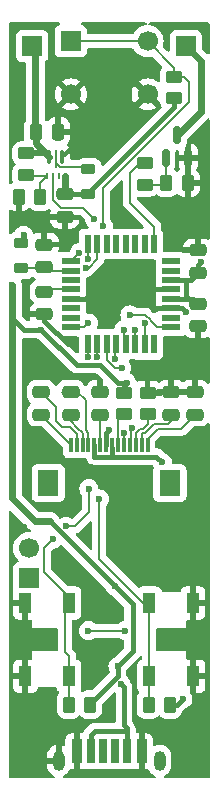
<source format=gbr>
%TF.GenerationSoftware,KiCad,Pcbnew,8.0.6*%
%TF.CreationDate,2024-12-24T16:10:54+01:00*%
%TF.ProjectId,boxmod,626f786d-6f64-42e6-9b69-6361645f7063,rev?*%
%TF.SameCoordinates,Original*%
%TF.FileFunction,Copper,L1,Top*%
%TF.FilePolarity,Positive*%
%FSLAX46Y46*%
G04 Gerber Fmt 4.6, Leading zero omitted, Abs format (unit mm)*
G04 Created by KiCad (PCBNEW 8.0.6) date 2024-12-24 16:10:54*
%MOMM*%
%LPD*%
G01*
G04 APERTURE LIST*
G04 Aperture macros list*
%AMRoundRect*
0 Rectangle with rounded corners*
0 $1 Rounding radius*
0 $2 $3 $4 $5 $6 $7 $8 $9 X,Y pos of 4 corners*
0 Add a 4 corners polygon primitive as box body*
4,1,4,$2,$3,$4,$5,$6,$7,$8,$9,$2,$3,0*
0 Add four circle primitives for the rounded corners*
1,1,$1+$1,$2,$3*
1,1,$1+$1,$4,$5*
1,1,$1+$1,$6,$7*
1,1,$1+$1,$8,$9*
0 Add four rect primitives between the rounded corners*
20,1,$1+$1,$2,$3,$4,$5,0*
20,1,$1+$1,$4,$5,$6,$7,0*
20,1,$1+$1,$6,$7,$8,$9,0*
20,1,$1+$1,$8,$9,$2,$3,0*%
G04 Aperture macros list end*
%TA.AperFunction,SMDPad,CuDef*%
%ADD10RoundRect,0.250000X0.450000X-0.262500X0.450000X0.262500X-0.450000X0.262500X-0.450000X-0.262500X0*%
%TD*%
%TA.AperFunction,SMDPad,CuDef*%
%ADD11RoundRect,0.218750X0.381250X-0.218750X0.381250X0.218750X-0.381250X0.218750X-0.381250X-0.218750X0*%
%TD*%
%TA.AperFunction,SMDPad,CuDef*%
%ADD12RoundRect,0.250000X-0.475000X0.250000X-0.475000X-0.250000X0.475000X-0.250000X0.475000X0.250000X0*%
%TD*%
%TA.AperFunction,SMDPad,CuDef*%
%ADD13RoundRect,0.250000X0.262500X0.450000X-0.262500X0.450000X-0.262500X-0.450000X0.262500X-0.450000X0*%
%TD*%
%TA.AperFunction,SMDPad,CuDef*%
%ADD14RoundRect,0.250000X-0.450000X0.262500X-0.450000X-0.262500X0.450000X-0.262500X0.450000X0.262500X0*%
%TD*%
%TA.AperFunction,SMDPad,CuDef*%
%ADD15RoundRect,0.150000X0.150000X-0.587500X0.150000X0.587500X-0.150000X0.587500X-0.150000X-0.587500X0*%
%TD*%
%TA.AperFunction,SMDPad,CuDef*%
%ADD16RoundRect,0.087500X-0.087500X0.487500X-0.087500X-0.487500X0.087500X-0.487500X0.087500X0.487500X0*%
%TD*%
%TA.AperFunction,SMDPad,CuDef*%
%ADD17RoundRect,0.050000X-0.050000X0.675000X-0.050000X-0.675000X0.050000X-0.675000X0.050000X0.675000X0*%
%TD*%
%TA.AperFunction,SMDPad,CuDef*%
%ADD18RoundRect,0.062500X-0.062500X0.162500X-0.062500X-0.162500X0.062500X-0.162500X0.062500X0.162500X0*%
%TD*%
%TA.AperFunction,SMDPad,CuDef*%
%ADD19R,1.100000X1.800000*%
%TD*%
%TA.AperFunction,SMDPad,CuDef*%
%ADD20R,0.300000X1.300000*%
%TD*%
%TA.AperFunction,SMDPad,CuDef*%
%ADD21R,1.800000X2.200000*%
%TD*%
%TA.AperFunction,ComponentPad*%
%ADD22R,1.700000X1.700000*%
%TD*%
%TA.AperFunction,ComponentPad*%
%ADD23C,1.700000*%
%TD*%
%TA.AperFunction,SMDPad,CuDef*%
%ADD24RoundRect,0.250000X0.475000X-0.250000X0.475000X0.250000X-0.475000X0.250000X-0.475000X-0.250000X0*%
%TD*%
%TA.AperFunction,SMDPad,CuDef*%
%ADD25R,1.600000X0.550000*%
%TD*%
%TA.AperFunction,SMDPad,CuDef*%
%ADD26R,0.550000X1.600000*%
%TD*%
%TA.AperFunction,SMDPad,CuDef*%
%ADD27RoundRect,0.250000X-0.250000X-0.475000X0.250000X-0.475000X0.250000X0.475000X-0.250000X0.475000X0*%
%TD*%
%TA.AperFunction,SMDPad,CuDef*%
%ADD28R,0.700000X2.000000*%
%TD*%
%TA.AperFunction,SMDPad,CuDef*%
%ADD29R,0.800000X2.000000*%
%TD*%
%TA.AperFunction,SMDPad,CuDef*%
%ADD30R,0.900000X2.000000*%
%TD*%
%TA.AperFunction,ComponentPad*%
%ADD31O,1.000000X1.700000*%
%TD*%
%TA.AperFunction,SMDPad,CuDef*%
%ADD32RoundRect,0.218750X-0.381250X0.218750X-0.381250X-0.218750X0.381250X-0.218750X0.381250X0.218750X0*%
%TD*%
%TA.AperFunction,ViaPad*%
%ADD33C,0.600000*%
%TD*%
%TA.AperFunction,Conductor*%
%ADD34C,0.200000*%
%TD*%
%TA.AperFunction,Conductor*%
%ADD35C,0.400000*%
%TD*%
%TA.AperFunction,Conductor*%
%ADD36C,0.600000*%
%TD*%
%TA.AperFunction,Conductor*%
%ADD37C,0.500000*%
%TD*%
G04 APERTURE END LIST*
D10*
%TO.P,R8,1*%
%TO.N,+BATT*%
X101000000Y-56912500D03*
%TO.P,R8,2*%
%TO.N,fire*%
X101000000Y-55087500D03*
%TD*%
D11*
%TO.P,L2,1,1*%
%TO.N,+BATT*%
X93750000Y-65062500D03*
%TO.P,L2,2,2*%
%TO.N,Net-(U5-SW)*%
X93750000Y-62937500D03*
%TD*%
D12*
%TO.P,C5,1*%
%TO.N,+BATT*%
X103000000Y-74300000D03*
%TO.P,C5,2*%
%TO.N,GND*%
X103000000Y-76200000D03*
%TD*%
D13*
%TO.P,R11,1*%
%TO.N,Net-(U5-FB)*%
X89662500Y-65250000D03*
%TO.P,R11,2*%
%TO.N,GND*%
X87837500Y-65250000D03*
%TD*%
D10*
%TO.P,R3,1*%
%TO.N,Net-(J4-Pin_9)*%
X96750000Y-83662500D03*
%TO.P,R3,2*%
%TO.N,+BATT*%
X96750000Y-81837500D03*
%TD*%
D14*
%TO.P,R2,1*%
%TO.N,GND*%
X98750000Y-81837500D03*
%TO.P,R2,2*%
%TO.N,Net-(J4-Pin_12)*%
X98750000Y-83662500D03*
%TD*%
D15*
%TO.P,Q2,1,G*%
%TO.N,Net-(Q2-G)*%
X100300000Y-61937500D03*
%TO.P,Q2,2,S*%
%TO.N,GND*%
X102200000Y-61937500D03*
%TO.P,Q2,3,D*%
%TO.N,/GNDPWM*%
X101250000Y-60062500D03*
%TD*%
D13*
%TO.P,R6,1*%
%TO.N,+BATT*%
X100662500Y-108250000D03*
%TO.P,R6,2*%
%TO.N,moins*%
X98837500Y-108250000D03*
%TD*%
D14*
%TO.P,R10,1*%
%TO.N,+BOOSTED5V*%
X88500000Y-61587500D03*
%TO.P,R10,2*%
%TO.N,Net-(U5-FB)*%
X88500000Y-63412500D03*
%TD*%
D12*
%TO.P,C13,1*%
%TO.N,GND*%
X100750000Y-81800000D03*
%TO.P,C13,2*%
%TO.N,Net-(J4-Pin_13)*%
X100750000Y-83700000D03*
%TD*%
%TO.P,C11,1*%
%TO.N,Net-(J4-Pin_4)*%
X92250000Y-81800000D03*
%TO.P,C11,2*%
%TO.N,Net-(J4-Pin_3)*%
X92250000Y-83700000D03*
%TD*%
D16*
%TO.P,U5,1,GND*%
%TO.N,GND*%
X91550000Y-61875000D03*
D17*
%TO.P,U5,2,SW*%
%TO.N,Net-(U5-SW)*%
X91000000Y-62025000D03*
D16*
%TO.P,U5,3,VOUT*%
%TO.N,+BOOSTED5V*%
X90450000Y-61875000D03*
D18*
%TO.P,U5,4,FB*%
%TO.N,Net-(U5-FB)*%
X90250000Y-63475000D03*
%TO.P,U5,5,EN*%
%TO.N,BOOST_EN*%
X90750000Y-63475000D03*
%TO.P,U5,6,MODE*%
%TO.N,unconnected-(U5-MODE-Pad6)*%
X91250000Y-63475000D03*
%TO.P,U5,7,VIN*%
%TO.N,+BATT*%
X91750000Y-63475000D03*
%TD*%
D19*
%TO.P,SW1,1,1*%
%TO.N,moins*%
X98900000Y-105850000D03*
X98900000Y-99650000D03*
%TO.P,SW1,2,2*%
%TO.N,GND*%
X102600000Y-105850000D03*
X102600000Y-99650000D03*
%TD*%
D12*
%TO.P,C6,1*%
%TO.N,Net-(U3-AREF)*%
X90000000Y-73300000D03*
%TO.P,C6,2*%
%TO.N,GND*%
X90000000Y-75200000D03*
%TD*%
D20*
%TO.P,J4,1,Pin_1*%
%TO.N,Net-(J4-Pin_1)*%
X92250000Y-86250000D03*
%TO.P,J4,2,Pin_2*%
%TO.N,Net-(J4-Pin_2)*%
X92750000Y-86250000D03*
%TO.P,J4,3,Pin_3*%
%TO.N,Net-(J4-Pin_3)*%
X93250000Y-86250000D03*
%TO.P,J4,4,Pin_4*%
%TO.N,Net-(J4-Pin_4)*%
X93750000Y-86250000D03*
%TO.P,J4,5,Pin_5*%
%TO.N,+BATT*%
X94250000Y-86250000D03*
%TO.P,J4,6,Pin_6*%
%TO.N,Net-(J4-Pin_6)*%
X94750000Y-86250000D03*
%TO.P,J4,7,Pin_7*%
%TO.N,GND*%
X95250000Y-86250000D03*
%TO.P,J4,8,Pin_8*%
%TO.N,+BATT*%
X95750000Y-86250000D03*
%TO.P,J4,9,Pin_9*%
%TO.N,Net-(J4-Pin_9)*%
X96250000Y-86250000D03*
%TO.P,J4,10,Pin_10*%
%TO.N,SCL*%
X96750000Y-86250000D03*
%TO.P,J4,11,Pin_11*%
%TO.N,SDA*%
X97250000Y-86250000D03*
%TO.P,J4,12,Pin_12*%
%TO.N,Net-(J4-Pin_12)*%
X97750000Y-86250000D03*
%TO.P,J4,13,Pin_13*%
%TO.N,Net-(J4-Pin_13)*%
X98250000Y-86250000D03*
%TO.P,J4,14,Pin_14*%
%TO.N,Net-(J4-Pin_14)*%
X98750000Y-86250000D03*
D21*
%TO.P,J4,MP*%
%TO.N,N/C*%
X90350000Y-89500000D03*
X100650000Y-89500000D03*
%TD*%
D12*
%TO.P,C12,1*%
%TO.N,GND*%
X94750000Y-81800000D03*
%TO.P,C12,2*%
%TO.N,Net-(J4-Pin_6)*%
X94750000Y-83700000D03*
%TD*%
D22*
%TO.P,SW3,1,1*%
%TO.N,fire*%
X92250000Y-52087500D03*
D23*
X98750000Y-52087500D03*
%TO.P,SW3,2,2*%
%TO.N,GND*%
X92250000Y-56587500D03*
X98750000Y-56587500D03*
%TD*%
D14*
%TO.P,R12,1*%
%TO.N,PWM*%
X98500000Y-62400000D03*
%TO.P,R12,2*%
%TO.N,Net-(Q2-G)*%
X98500000Y-64225000D03*
%TD*%
D24*
%TO.P,C7,1*%
%TO.N,Net-(U3-AVCC)*%
X90000000Y-71200000D03*
%TO.P,C7,2*%
%TO.N,GND*%
X90000000Y-69300000D03*
%TD*%
D25*
%TO.P,U3,1,PD3*%
%TO.N,BOOST_EN*%
X100750000Y-76300000D03*
%TO.P,U3,2,PD4*%
%TO.N,unconnected-(U3-PD4-Pad2)*%
X100750000Y-75500000D03*
%TO.P,U3,3,GND*%
%TO.N,GND*%
X100750000Y-74700000D03*
%TO.P,U3,4,VCC*%
%TO.N,+BATT*%
X100750000Y-73900000D03*
%TO.P,U3,5,GND*%
%TO.N,GND*%
X100750000Y-73100000D03*
%TO.P,U3,6,VCC*%
%TO.N,+BATT*%
X100750000Y-72300000D03*
%TO.P,U3,7,XTAL1/PB6*%
%TO.N,unconnected-(U3-XTAL1{slash}PB6-Pad7)*%
X100750000Y-71500000D03*
%TO.P,U3,8,XTAL2/PB7*%
%TO.N,unconnected-(U3-XTAL2{slash}PB7-Pad8)*%
X100750000Y-70700000D03*
D26*
%TO.P,U3,9,PD5*%
%TO.N,PWM*%
X99300000Y-69250000D03*
%TO.P,U3,10,PD6*%
%TO.N,unconnected-(U3-PD6-Pad10)*%
X98500000Y-69250000D03*
%TO.P,U3,11,PD7*%
%TO.N,unconnected-(U3-PD7-Pad11)*%
X97700000Y-69250000D03*
%TO.P,U3,12,PB0*%
%TO.N,unconnected-(U3-PB0-Pad12)*%
X96900000Y-69250000D03*
%TO.P,U3,13,PB1*%
%TO.N,CE*%
X96100000Y-69250000D03*
%TO.P,U3,14,PB2*%
%TO.N,ss*%
X95300000Y-69250000D03*
%TO.P,U3,15,PB3*%
%TO.N,MOSI*%
X94500000Y-69250000D03*
%TO.P,U3,16,PB4*%
%TO.N,MISO*%
X93700000Y-69250000D03*
D25*
%TO.P,U3,17,PB5*%
%TO.N,SCK*%
X92250000Y-70700000D03*
%TO.P,U3,18,AVCC*%
%TO.N,Net-(U3-AVCC)*%
X92250000Y-71500000D03*
%TO.P,U3,19,ADC6*%
%TO.N,unconnected-(U3-ADC6-Pad19)*%
X92250000Y-72300000D03*
%TO.P,U3,20,AREF*%
%TO.N,Net-(U3-AREF)*%
X92250000Y-73100000D03*
%TO.P,U3,21,GND*%
%TO.N,GND*%
X92250000Y-73900000D03*
%TO.P,U3,22,ADC7*%
%TO.N,unconnected-(U3-ADC7-Pad22)*%
X92250000Y-74700000D03*
%TO.P,U3,23,PC0*%
%TO.N,unconnected-(U3-PC0-Pad23)*%
X92250000Y-75500000D03*
%TO.P,U3,24,PC1*%
%TO.N,fire*%
X92250000Y-76300000D03*
D26*
%TO.P,U3,25,PC2*%
%TO.N,plus*%
X93700000Y-77750000D03*
%TO.P,U3,26,PC3*%
%TO.N,moins*%
X94500000Y-77750000D03*
%TO.P,U3,27,PC4*%
%TO.N,SDA*%
X95300000Y-77750000D03*
%TO.P,U3,28,PC5*%
%TO.N,SCL*%
X96100000Y-77750000D03*
%TO.P,U3,29,~{RESET}/PC6*%
%TO.N,RESET*%
X96900000Y-77750000D03*
%TO.P,U3,30,PD0*%
%TO.N,RXD*%
X97700000Y-77750000D03*
%TO.P,U3,31,PD1*%
%TO.N,TXD*%
X98500000Y-77750000D03*
%TO.P,U3,32,PD2*%
%TO.N,unconnected-(U3-PD2-Pad32)*%
X99300000Y-77750000D03*
%TD*%
D22*
%TO.P,J5,1,Pin_1*%
%TO.N,+BOOSTED5V*%
X89000000Y-52500000D03*
%TD*%
D12*
%TO.P,C14,1*%
%TO.N,GND*%
X102750000Y-81800000D03*
%TO.P,C14,2*%
%TO.N,Net-(J4-Pin_14)*%
X102750000Y-83700000D03*
%TD*%
D19*
%TO.P,SW2,1,1*%
%TO.N,plus*%
X92100000Y-99650000D03*
X92100000Y-105850000D03*
%TO.P,SW2,2,2*%
%TO.N,GND*%
X88400000Y-99650000D03*
X88400000Y-105850000D03*
%TD*%
D27*
%TO.P,C9,1*%
%TO.N,+BOOSTED5V*%
X89300000Y-59750000D03*
%TO.P,C9,2*%
%TO.N,GND*%
X91200000Y-59750000D03*
%TD*%
D28*
%TO.P,J1,A5,CC1*%
%TO.N,unconnected-(J1-CC1-PadA5)*%
X95000000Y-112200000D03*
D29*
%TO.P,J1,A9,VBUS*%
%TO.N,+USB5V*%
X93980000Y-112200000D03*
D30*
%TO.P,J1,A12,GND*%
%TO.N,GND*%
X92750000Y-112200000D03*
D28*
%TO.P,J1,B5,CC2*%
%TO.N,unconnected-(J1-CC2-PadB5)*%
X96000000Y-112200000D03*
D29*
%TO.P,J1,B9,VBUS*%
%TO.N,+USB5V*%
X97020000Y-112200000D03*
D30*
%TO.P,J1,B12,GND*%
%TO.N,GND*%
X98250000Y-112200000D03*
D31*
%TO.P,J1,S1,SHIELD*%
X91230000Y-113000000D03*
%TO.P,J1,S2*%
%TO.N,N/C*%
X99770000Y-113000000D03*
%TD*%
D32*
%TO.P,L1,1,1*%
%TO.N,+BATT*%
X88000000Y-69187500D03*
%TO.P,L1,2,2*%
%TO.N,Net-(U3-AVCC)*%
X88000000Y-71312500D03*
%TD*%
D22*
%TO.P,J6,1,Pin_1*%
%TO.N,/GNDPWM*%
X102000000Y-52500000D03*
%TD*%
D12*
%TO.P,C8,1*%
%TO.N,+BATT*%
X91750000Y-65050000D03*
%TO.P,C8,2*%
%TO.N,GND*%
X91750000Y-66950000D03*
%TD*%
D13*
%TO.P,R13,1*%
%TO.N,GND*%
X102162500Y-64062500D03*
%TO.P,R13,2*%
%TO.N,Net-(Q2-G)*%
X100337500Y-64062500D03*
%TD*%
D12*
%TO.P,C10,1*%
%TO.N,Net-(J4-Pin_2)*%
X89750000Y-81800000D03*
%TO.P,C10,2*%
%TO.N,Net-(J4-Pin_1)*%
X89750000Y-83700000D03*
%TD*%
D24*
%TO.P,C4,1*%
%TO.N,+BATT*%
X103000000Y-71700000D03*
%TO.P,C4,2*%
%TO.N,GND*%
X103000000Y-69800000D03*
%TD*%
D13*
%TO.P,R7,1*%
%TO.N,+BATT*%
X93912500Y-108250000D03*
%TO.P,R7,2*%
%TO.N,plus*%
X92087500Y-108250000D03*
%TD*%
D23*
%TO.P,BT1,1,+*%
%TO.N,/+BT1*%
X88725000Y-95000000D03*
D22*
%TO.P,BT1,2,-*%
%TO.N,/-BT1*%
X88725000Y-97540000D03*
%TD*%
D33*
%TO.N,GND*%
X94500000Y-72750000D03*
X94500000Y-73750000D03*
%TO.N,MOSI*%
X93500000Y-71272844D03*
%TO.N,GND*%
X88250000Y-93250000D03*
X95500000Y-100500000D03*
X94250000Y-100500000D03*
X91000000Y-96500000D03*
X91000000Y-95500000D03*
X95500000Y-108250000D03*
X103500000Y-103250000D03*
X103250000Y-108000000D03*
X88750000Y-110000000D03*
X87500000Y-108000000D03*
X95250000Y-103500000D03*
X93500000Y-103500000D03*
X89750000Y-102750000D03*
X88250000Y-103000000D03*
X88250000Y-102000000D03*
X101000000Y-102500000D03*
X102500000Y-102000000D03*
X101250000Y-97250000D03*
X102500000Y-97250000D03*
X101750000Y-86500000D03*
X103000000Y-87500000D03*
X90750000Y-86750000D03*
X89750000Y-87250000D03*
X89750000Y-86000000D03*
X103000000Y-85750000D03*
X97500000Y-79250000D03*
X99750000Y-80250000D03*
X101750000Y-80000000D03*
X102750000Y-80250000D03*
X100750000Y-80250000D03*
X102250000Y-77750000D03*
X103000000Y-78250000D03*
X90500000Y-79000000D03*
X89250000Y-79000000D03*
X89250000Y-80250000D03*
X103500000Y-64000000D03*
X103500000Y-62000000D03*
X103500000Y-60250000D03*
X93250000Y-67750000D03*
X90500000Y-68000000D03*
X87500000Y-67500000D03*
X96250000Y-59750000D03*
X94750000Y-59750000D03*
X93500000Y-59750000D03*
X98250000Y-54250000D03*
X96500000Y-54250000D03*
X94750000Y-54250000D03*
X93000000Y-54250000D03*
%TO.N,fire*%
X93750000Y-75950000D03*
X95000000Y-67750000D03*
%TO.N,GND*%
X93750000Y-93750000D03*
%TO.N,moins*%
X94663909Y-90836091D03*
%TO.N,plus*%
X91834620Y-93165380D03*
X90750000Y-94250000D03*
X93788909Y-89961091D03*
%TO.N,moins*%
X94500000Y-78850000D03*
%TO.N,plus*%
X93750000Y-78850000D03*
%TO.N,GND*%
X94500000Y-99250000D03*
%TO.N,Net-(Q1-Pad1)*%
X96850000Y-102000000D03*
X93750000Y-102000000D03*
%TO.N,+BATT*%
X96000000Y-98250000D03*
X90500000Y-92750000D03*
%TO.N,GND*%
X101000000Y-68750000D03*
X100000000Y-66250000D03*
X101500000Y-67500000D03*
X101500000Y-66250000D03*
X98750000Y-74000000D03*
X98250000Y-73250000D03*
X97750000Y-72250000D03*
X98750000Y-72250000D03*
X98750000Y-71250000D03*
X97750000Y-71250000D03*
X100500000Y-51000000D03*
X94500000Y-51000000D03*
X92250000Y-77750000D03*
X102750000Y-67500000D03*
X95500000Y-75250000D03*
X87750000Y-66750000D03*
X90500000Y-80250000D03*
X101990356Y-75007546D03*
X91750000Y-68500000D03*
X103000000Y-79500000D03*
X102750000Y-66250000D03*
X100250000Y-79750000D03*
X95500000Y-85000000D03*
X103500000Y-51000000D03*
X96750000Y-51000000D03*
X91750000Y-80250000D03*
X96500000Y-66250000D03*
%TO.N,+BATT*%
X100000000Y-87750000D03*
X97000000Y-81000000D03*
X91750000Y-64000000D03*
X96250000Y-105000000D03*
X87300000Y-72750000D03*
X101750000Y-107750000D03*
X88250000Y-68500000D03*
X103250000Y-70750000D03*
X89750000Y-76500000D03*
%TO.N,RXD*%
X97700000Y-76522182D03*
%TO.N,TXD*%
X98500000Y-75950000D03*
%TO.N,MISO*%
X93700000Y-70550000D03*
%TO.N,RESET*%
X96750000Y-76500000D03*
%TO.N,SCK*%
X92974998Y-70000000D03*
%TO.N,BOOST_EN*%
X94250000Y-67125000D03*
X97250000Y-75250000D03*
%TO.N,SDA*%
X96550000Y-79750000D03*
X97423431Y-84833065D03*
%TO.N,SCL*%
X96800000Y-85250000D03*
X96000000Y-79000000D03*
%TO.N,+USB5V*%
X97000000Y-110500000D03*
X96500000Y-106500000D03*
%TD*%
D34*
%TO.N,MOSI*%
X93500000Y-71272844D02*
X93754974Y-71272844D01*
X93754974Y-71272844D02*
X94500000Y-70527818D01*
X94500000Y-70527818D02*
X94500000Y-69250000D01*
%TO.N,Net-(U5-SW)*%
X91000000Y-62379722D02*
X91370278Y-62750000D01*
X91370278Y-62750000D02*
X93562500Y-62750000D01*
X93562500Y-62750000D02*
X93750000Y-62937500D01*
%TO.N,MISO*%
X93700000Y-70550000D02*
X93700000Y-69250000D01*
%TO.N,SCK*%
X92950000Y-70000000D02*
X92250000Y-70700000D01*
X92974998Y-70000000D02*
X92950000Y-70000000D01*
%TO.N,plus*%
X90750000Y-94250000D02*
X90000000Y-95000000D01*
X90000000Y-95000000D02*
X90000000Y-97058578D01*
X90000000Y-97058578D02*
X92100000Y-99158578D01*
X92100000Y-99158578D02*
X92100000Y-99650000D01*
%TO.N,BOOST_EN*%
X94250000Y-67125000D02*
X93325000Y-66200000D01*
X93325000Y-66200000D02*
X91450000Y-66200000D01*
X91450000Y-66200000D02*
X90750000Y-65500000D01*
X90750000Y-65500000D02*
X90750000Y-63475000D01*
D35*
%TO.N,+BATT*%
X101000000Y-56912500D02*
X101000000Y-57647896D01*
X101000000Y-57647896D02*
X93750000Y-64897896D01*
X93750000Y-64897896D02*
X93750000Y-65062500D01*
D34*
%TO.N,fire*%
X101000000Y-55087500D02*
X101837500Y-55087500D01*
X102250000Y-55500000D02*
X102250000Y-57250000D01*
X101837500Y-55087500D02*
X102250000Y-55500000D01*
X102250000Y-57250000D02*
X97862500Y-61637500D01*
X97862500Y-61637500D02*
X97835966Y-61637500D01*
X97835966Y-61637500D02*
X95000000Y-64473466D01*
X95000000Y-64473466D02*
X95000000Y-67750000D01*
X93750000Y-75950000D02*
X93400000Y-76300000D01*
X93400000Y-76300000D02*
X92250000Y-76300000D01*
D36*
%TO.N,/GNDPWM*%
X102000000Y-52500000D02*
X103250000Y-53750000D01*
X103250000Y-53750000D02*
X103250000Y-58062500D01*
X103250000Y-58062500D02*
X101250000Y-60062500D01*
D34*
%TO.N,plus*%
X93788909Y-89961091D02*
X93788909Y-91961091D01*
X93788909Y-91961091D02*
X92584620Y-93165380D01*
X92584620Y-93165380D02*
X91834620Y-93165380D01*
%TO.N,moins*%
X94663909Y-90836091D02*
X94663909Y-95913909D01*
X94663909Y-95913909D02*
X98400000Y-99650000D01*
X98400000Y-99650000D02*
X98900000Y-99650000D01*
X94500000Y-77750000D02*
X94500000Y-78850000D01*
%TO.N,plus*%
X93700000Y-77750000D02*
X93700000Y-78800000D01*
X93700000Y-78800000D02*
X93750000Y-78850000D01*
D35*
%TO.N,+BATT*%
X89750000Y-76500000D02*
X92750000Y-79500000D01*
X92750000Y-79500000D02*
X94750000Y-79500000D01*
X94750000Y-79500000D02*
X96250000Y-81000000D01*
X96250000Y-81000000D02*
X97000000Y-81000000D01*
D34*
%TO.N,Net-(Q1-Pad1)*%
X93750000Y-102000000D02*
X96850000Y-102000000D01*
%TO.N,plus*%
X92100000Y-105850000D02*
X92100000Y-104158578D01*
X92100000Y-104158578D02*
X91750000Y-103808578D01*
X91750000Y-103808578D02*
X91750000Y-100000000D01*
X91750000Y-100000000D02*
X92100000Y-99650000D01*
X92100000Y-105850000D02*
X92100000Y-108237500D01*
X92100000Y-108237500D02*
X92087500Y-108250000D01*
D35*
%TO.N,+BATT*%
X96250000Y-105000000D02*
X96250000Y-105850000D01*
X96250000Y-105850000D02*
X96230761Y-105850000D01*
X96230761Y-105850000D02*
X94000000Y-108080761D01*
X94000000Y-108080761D02*
X94000000Y-108250000D01*
X96000000Y-98250000D02*
X97500000Y-99750000D01*
X97500000Y-99750000D02*
X97500000Y-103750000D01*
X97500000Y-103750000D02*
X96250000Y-105000000D01*
X96000000Y-98250000D02*
X90500000Y-92750000D01*
D36*
X87300000Y-90800000D02*
X87300000Y-75550000D01*
X90500000Y-92750000D02*
X89250000Y-92750000D01*
X89250000Y-92750000D02*
X87300000Y-90800000D01*
D34*
%TO.N,Net-(J4-Pin_2)*%
X89750000Y-81800000D02*
X91000000Y-83050000D01*
X91000000Y-83050000D02*
X91000000Y-84250000D01*
X91000000Y-84250000D02*
X91500000Y-84750000D01*
X91500000Y-84750000D02*
X92150000Y-84750000D01*
X92150000Y-84750000D02*
X92750000Y-85350000D01*
X92750000Y-85350000D02*
X92750000Y-86250000D01*
%TO.N,Net-(J4-Pin_1)*%
X89750000Y-83750000D02*
X92250000Y-86250000D01*
%TO.N,Net-(J4-Pin_3)*%
X92250000Y-83700000D02*
X92250000Y-84250000D01*
X92250000Y-84250000D02*
X92815686Y-84815686D01*
X92815686Y-84815686D02*
X92815686Y-84850000D01*
X92815686Y-84850000D02*
X93250000Y-85284314D01*
X93250000Y-85284314D02*
X93250000Y-86250000D01*
%TO.N,Net-(J4-Pin_4)*%
X91500000Y-81800000D02*
X92800000Y-81800000D01*
X92800000Y-81800000D02*
X93500000Y-82500000D01*
X93500000Y-82500000D02*
X93500000Y-84968628D01*
X93500000Y-84968628D02*
X93750000Y-85218628D01*
X93750000Y-85218628D02*
X93750000Y-86250000D01*
%TO.N,BOOST_EN*%
X97250000Y-75250000D02*
X98577818Y-75250000D01*
X98577818Y-75250000D02*
X99050000Y-75722182D01*
X99050000Y-75800000D02*
X99550000Y-76300000D01*
X99050000Y-75722182D02*
X99050000Y-75800000D01*
X99550000Y-76300000D02*
X100750000Y-76300000D01*
D35*
%TO.N,+BATT*%
X95750000Y-87250000D02*
X99500000Y-87250000D01*
X99500000Y-87250000D02*
X100000000Y-87750000D01*
X96750000Y-81837500D02*
X96750000Y-81250000D01*
X96750000Y-81250000D02*
X97000000Y-81000000D01*
D36*
%TO.N,+BOOSTED5V*%
X89300000Y-59750000D02*
X89300000Y-60725000D01*
X89300000Y-60725000D02*
X90450000Y-61875000D01*
X89250000Y-52750000D02*
X89250000Y-59700000D01*
D35*
%TO.N,GND*%
X95250000Y-85250000D02*
X95500000Y-85000000D01*
X92250000Y-73900000D02*
X93900000Y-73900000D01*
X92000000Y-77750000D02*
X92250000Y-77750000D01*
X101682810Y-74700000D02*
X100750000Y-74700000D01*
X93900000Y-73900000D02*
X94000000Y-74000000D01*
X101990356Y-75007546D02*
X101682810Y-74700000D01*
X100750000Y-74700000D02*
X99550000Y-74700000D01*
X99550000Y-74700000D02*
X99500000Y-74750000D01*
X100750000Y-73100000D02*
X99350000Y-73100000D01*
X99250000Y-73000000D02*
X99350000Y-73100000D01*
X90000000Y-75200000D02*
X90000000Y-75750000D01*
X90000000Y-75750000D02*
X92000000Y-77750000D01*
X95250000Y-86250000D02*
X95250000Y-85250000D01*
%TO.N,+BATT*%
X100662500Y-108250000D02*
X101250000Y-108250000D01*
X88250000Y-76500000D02*
X87300000Y-75550000D01*
X100750000Y-73900000D02*
X102250000Y-73900000D01*
X94250000Y-87250000D02*
X95750000Y-87250000D01*
X102250000Y-73900000D02*
X102600000Y-73900000D01*
X91750000Y-65050000D02*
X93737500Y-65050000D01*
X89750000Y-76500000D02*
X88250000Y-76500000D01*
X101250000Y-108250000D02*
X101750000Y-107750000D01*
D36*
X87300000Y-75550000D02*
X87300000Y-72750000D01*
D35*
X88250000Y-68937500D02*
X88000000Y-69187500D01*
X102000000Y-72300000D02*
X102000000Y-73650000D01*
X103000000Y-71700000D02*
X102400000Y-72300000D01*
X102400000Y-72300000D02*
X102000000Y-72300000D01*
X88250000Y-68500000D02*
X88250000Y-68937500D01*
X102000000Y-73650000D02*
X102250000Y-73900000D01*
X103000000Y-71700000D02*
X103000000Y-71000000D01*
X94250000Y-86250000D02*
X94250000Y-87250000D01*
X102600000Y-73900000D02*
X103000000Y-74300000D01*
X103000000Y-71000000D02*
X103250000Y-70750000D01*
X102000000Y-72300000D02*
X100750000Y-72300000D01*
X95750000Y-87250000D02*
X95750000Y-86527817D01*
D34*
%TO.N,Net-(U3-AREF)*%
X92250000Y-73100000D02*
X90200000Y-73100000D01*
%TO.N,Net-(U3-AVCC)*%
X88000000Y-71312500D02*
X89887500Y-71312500D01*
X90300000Y-71500000D02*
X92250000Y-71500000D01*
%TO.N,RXD*%
X97700000Y-77750000D02*
X97700000Y-76522182D01*
%TO.N,TXD*%
X98500000Y-77750000D02*
X98500000Y-75950000D01*
%TO.N,RESET*%
X96750000Y-76500000D02*
X96750000Y-77600000D01*
%TO.N,Net-(Q2-G)*%
X98500000Y-64225000D02*
X100175000Y-64225000D01*
X100337500Y-64062500D02*
X100337500Y-61975000D01*
%TO.N,moins*%
X98837500Y-108250000D02*
X98837500Y-105912500D01*
X98900000Y-99650000D02*
X98900000Y-105850000D01*
%TO.N,fire*%
X92250000Y-52087500D02*
X98750000Y-52087500D01*
X98750000Y-52087500D02*
X101000000Y-54337500D01*
X101000000Y-54337500D02*
X101000000Y-55087500D01*
%TO.N,Net-(U5-FB)*%
X89662500Y-65250000D02*
X89662500Y-64062500D01*
X89662500Y-64062500D02*
X90250000Y-63475000D01*
X90250000Y-63475000D02*
X88562500Y-63475000D01*
%TO.N,PWM*%
X97250000Y-65750000D02*
X99300000Y-67800000D01*
X99300000Y-67800000D02*
X99300000Y-69250000D01*
X97250000Y-63250000D02*
X97250000Y-65750000D01*
X98100000Y-62400000D02*
X97250000Y-63250000D01*
%TO.N,Net-(J4-Pin_6)*%
X94750000Y-83700000D02*
X94750000Y-86250000D01*
%TO.N,Net-(J4-Pin_13)*%
X98515686Y-85300000D02*
X98300000Y-85300000D01*
X100500000Y-84500000D02*
X99315686Y-84500000D01*
X100750000Y-83700000D02*
X100750000Y-84250000D01*
X100750000Y-84250000D02*
X100500000Y-84500000D01*
X99315686Y-84500000D02*
X98515686Y-85300000D01*
X98250000Y-85350000D02*
X98250000Y-86250000D01*
X98300000Y-85300000D02*
X98250000Y-85350000D01*
%TO.N,Net-(J4-Pin_14)*%
X101600000Y-84900000D02*
X99600000Y-84900000D01*
X99600000Y-84900000D02*
X98750000Y-85750000D01*
X102750000Y-83750000D02*
X101600000Y-84900000D01*
%TO.N,Net-(J4-Pin_9)*%
X96750000Y-83662500D02*
X96250000Y-84162500D01*
X96250000Y-84162500D02*
X96250000Y-86250000D01*
%TO.N,Net-(J4-Pin_12)*%
X98750000Y-84500000D02*
X98350000Y-84900000D01*
X98350000Y-84900000D02*
X98134314Y-84900000D01*
X97750000Y-85284314D02*
X97750000Y-86250000D01*
X98750000Y-83662500D02*
X98750000Y-84500000D01*
X98134314Y-84900000D02*
X97750000Y-85284314D01*
%TO.N,SDA*%
X96550000Y-79750000D02*
X95972182Y-79750000D01*
X95300000Y-79077818D02*
X95300000Y-77750000D01*
X97250000Y-86250000D02*
X97350000Y-86150000D01*
X95972182Y-79750000D02*
X95300000Y-79077818D01*
X97350000Y-86150000D02*
X97350000Y-84906496D01*
X97350000Y-84906496D02*
X97423431Y-84833065D01*
%TO.N,SCL*%
X96000000Y-79000000D02*
X96000000Y-77850000D01*
X96750000Y-85300000D02*
X96800000Y-85250000D01*
X96750000Y-86250000D02*
X96750000Y-85300000D01*
D35*
%TO.N,+USB5V*%
X93980000Y-112200000D02*
X93980000Y-110800000D01*
X97000000Y-110500000D02*
X97000000Y-112180000D01*
X96750000Y-106750000D02*
X96750000Y-110000000D01*
X93980000Y-110800000D02*
X94280000Y-110500000D01*
X94280000Y-110500000D02*
X97000000Y-110500000D01*
X96500000Y-106500000D02*
X96750000Y-106750000D01*
X96750000Y-110000000D02*
X97000000Y-110250000D01*
X97000000Y-110250000D02*
X97000000Y-110500000D01*
D37*
%TO.N,+BOOSTED5V*%
X88500000Y-61587500D02*
X90162500Y-61587500D01*
D36*
%TO.N,+BATT*%
X91750000Y-65050000D02*
X91750000Y-63475000D01*
%TD*%
%TA.AperFunction,Conductor*%
%TO.N,GND*%
G36*
X89390477Y-77219506D02*
G01*
X89400472Y-77225786D01*
X89400475Y-77225788D01*
X89400478Y-77225789D01*
X89503984Y-77262007D01*
X89550710Y-77291367D01*
X92303453Y-80044111D01*
X92303454Y-80044112D01*
X92418192Y-80120777D01*
X92529994Y-80167086D01*
X92545672Y-80173580D01*
X92545676Y-80173580D01*
X92545677Y-80173581D01*
X92681003Y-80200500D01*
X92681006Y-80200500D01*
X92681007Y-80200500D01*
X94408481Y-80200500D01*
X94475520Y-80220185D01*
X94496162Y-80236819D01*
X94963681Y-80704338D01*
X94997166Y-80765661D01*
X95000000Y-80792019D01*
X95000000Y-81926000D01*
X94980315Y-81993039D01*
X94927511Y-82038794D01*
X94876000Y-82050000D01*
X94624000Y-82050000D01*
X94556961Y-82030315D01*
X94511206Y-81977511D01*
X94500000Y-81926000D01*
X94500000Y-80800000D01*
X94225029Y-80800000D01*
X94225012Y-80800001D01*
X94122302Y-80810494D01*
X93955880Y-80865641D01*
X93955875Y-80865643D01*
X93806654Y-80957684D01*
X93682683Y-81081655D01*
X93682680Y-81081659D01*
X93605831Y-81206251D01*
X93553883Y-81252976D01*
X93484921Y-81264197D01*
X93420839Y-81236354D01*
X93394754Y-81206250D01*
X93317712Y-81081344D01*
X93193657Y-80957289D01*
X93193656Y-80957288D01*
X93044334Y-80865186D01*
X92877797Y-80810001D01*
X92877795Y-80810000D01*
X92775010Y-80799500D01*
X91724998Y-80799500D01*
X91724980Y-80799501D01*
X91622203Y-80810000D01*
X91622200Y-80810001D01*
X91455668Y-80865185D01*
X91455663Y-80865187D01*
X91306342Y-80957289D01*
X91182289Y-81081342D01*
X91105539Y-81205775D01*
X91053591Y-81252499D01*
X90984628Y-81263722D01*
X90920546Y-81235878D01*
X90894461Y-81205775D01*
X90817906Y-81081659D01*
X90817712Y-81081344D01*
X90693656Y-80957288D01*
X90544334Y-80865186D01*
X90377797Y-80810001D01*
X90377795Y-80810000D01*
X90275010Y-80799500D01*
X89224998Y-80799500D01*
X89224980Y-80799501D01*
X89122203Y-80810000D01*
X89122200Y-80810001D01*
X88955668Y-80865185D01*
X88955663Y-80865187D01*
X88806342Y-80957289D01*
X88682289Y-81081342D01*
X88590187Y-81230663D01*
X88590186Y-81230666D01*
X88535001Y-81397203D01*
X88535001Y-81397204D01*
X88535000Y-81397204D01*
X88524500Y-81499983D01*
X88524500Y-82100001D01*
X88524501Y-82100019D01*
X88535000Y-82202796D01*
X88535001Y-82202799D01*
X88590185Y-82369331D01*
X88590187Y-82369336D01*
X88682289Y-82518657D01*
X88806346Y-82642714D01*
X88809182Y-82644463D01*
X88810717Y-82646170D01*
X88812011Y-82647193D01*
X88811836Y-82647414D01*
X88855905Y-82696411D01*
X88867126Y-82765374D01*
X88839282Y-82829456D01*
X88809182Y-82855537D01*
X88806346Y-82857285D01*
X88682289Y-82981342D01*
X88590187Y-83130663D01*
X88590186Y-83130666D01*
X88535001Y-83297203D01*
X88535001Y-83297204D01*
X88535000Y-83297204D01*
X88524500Y-83399983D01*
X88524500Y-84000001D01*
X88524501Y-84000019D01*
X88535000Y-84102796D01*
X88535001Y-84102799D01*
X88590185Y-84269331D01*
X88590186Y-84269334D01*
X88682288Y-84418656D01*
X88806344Y-84542712D01*
X88955666Y-84634814D01*
X89122203Y-84689999D01*
X89224991Y-84700500D01*
X89799902Y-84700499D01*
X89866941Y-84720183D01*
X89887583Y-84736818D01*
X91563181Y-86412416D01*
X91596666Y-86473739D01*
X91599500Y-86500097D01*
X91599500Y-86947870D01*
X91599501Y-86947876D01*
X91605908Y-87007483D01*
X91656202Y-87142328D01*
X91656206Y-87142335D01*
X91742452Y-87257544D01*
X91742455Y-87257547D01*
X91857664Y-87343793D01*
X91857671Y-87343797D01*
X91902618Y-87360561D01*
X91992517Y-87394091D01*
X92052127Y-87400500D01*
X92447872Y-87400499D01*
X92447873Y-87400498D01*
X92447885Y-87400498D01*
X92486744Y-87396320D01*
X92513252Y-87396320D01*
X92552127Y-87400500D01*
X92947872Y-87400499D01*
X92947873Y-87400498D01*
X92947885Y-87400498D01*
X92986744Y-87396320D01*
X93013252Y-87396320D01*
X93052127Y-87400500D01*
X93447872Y-87400499D01*
X93449623Y-87400310D01*
X93457296Y-87399486D01*
X93526056Y-87411889D01*
X93577195Y-87459498D01*
X93585116Y-87475323D01*
X93629221Y-87581804D01*
X93629228Y-87581817D01*
X93705885Y-87696541D01*
X93705888Y-87696545D01*
X93803454Y-87794111D01*
X93803458Y-87794114D01*
X93918182Y-87870771D01*
X93918195Y-87870778D01*
X94003010Y-87905909D01*
X94045672Y-87923580D01*
X94045676Y-87923580D01*
X94045677Y-87923581D01*
X94181004Y-87950500D01*
X94181007Y-87950500D01*
X94318993Y-87950500D01*
X95681007Y-87950500D01*
X95818993Y-87950500D01*
X99134083Y-87950500D01*
X99201122Y-87970185D01*
X99246877Y-88022989D01*
X99251125Y-88033546D01*
X99274210Y-88099521D01*
X99275291Y-88101241D01*
X99275650Y-88102513D01*
X99277231Y-88105795D01*
X99276656Y-88106071D01*
X99294293Y-88168477D01*
X99286481Y-88210549D01*
X99255908Y-88292517D01*
X99249501Y-88352116D01*
X99249501Y-88352123D01*
X99249500Y-88352135D01*
X99249500Y-90647870D01*
X99249501Y-90647876D01*
X99255908Y-90707483D01*
X99306202Y-90842328D01*
X99306206Y-90842335D01*
X99392452Y-90957544D01*
X99392455Y-90957547D01*
X99507664Y-91043793D01*
X99507671Y-91043797D01*
X99642517Y-91094091D01*
X99642516Y-91094091D01*
X99649444Y-91094835D01*
X99702127Y-91100500D01*
X101597872Y-91100499D01*
X101657483Y-91094091D01*
X101792331Y-91043796D01*
X101907546Y-90957546D01*
X101993796Y-90842331D01*
X102044091Y-90707483D01*
X102050500Y-90647873D01*
X102050499Y-88352128D01*
X102044091Y-88292517D01*
X101993796Y-88157669D01*
X101993795Y-88157668D01*
X101993793Y-88157664D01*
X101907547Y-88042455D01*
X101907544Y-88042452D01*
X101792335Y-87956206D01*
X101792328Y-87956202D01*
X101657482Y-87905908D01*
X101657483Y-87905908D01*
X101597883Y-87899501D01*
X101597881Y-87899500D01*
X101597873Y-87899500D01*
X101597865Y-87899500D01*
X100927476Y-87899500D01*
X100860437Y-87879815D01*
X100814682Y-87827011D01*
X100804256Y-87761613D01*
X100805565Y-87749998D01*
X100805565Y-87749996D01*
X100785369Y-87570750D01*
X100785368Y-87570745D01*
X100729782Y-87411889D01*
X100725789Y-87400478D01*
X100723176Y-87396320D01*
X100635979Y-87257547D01*
X100629816Y-87247738D01*
X100502262Y-87120184D01*
X100349520Y-87024209D01*
X100246013Y-86987990D01*
X100199288Y-86958630D01*
X99946545Y-86705887D01*
X99831807Y-86629222D01*
X99704332Y-86576421D01*
X99704322Y-86576418D01*
X99568996Y-86549500D01*
X99568994Y-86549500D01*
X99568993Y-86549500D01*
X99524500Y-86549500D01*
X99457461Y-86529815D01*
X99411706Y-86477011D01*
X99400500Y-86425500D01*
X99400499Y-86000097D01*
X99420183Y-85933058D01*
X99436813Y-85912421D01*
X99812417Y-85536819D01*
X99873740Y-85503334D01*
X99900098Y-85500500D01*
X101513331Y-85500500D01*
X101513347Y-85500501D01*
X101520943Y-85500501D01*
X101679054Y-85500501D01*
X101679057Y-85500501D01*
X101831785Y-85459577D01*
X101918387Y-85409577D01*
X101968716Y-85380520D01*
X102080520Y-85268716D01*
X102080520Y-85268714D01*
X102090724Y-85258511D01*
X102090728Y-85258506D01*
X102612416Y-84736818D01*
X102673739Y-84703333D01*
X102700097Y-84700499D01*
X103275002Y-84700499D01*
X103275008Y-84700499D01*
X103377797Y-84689999D01*
X103544334Y-84634814D01*
X103693656Y-84542712D01*
X103787819Y-84448549D01*
X103849142Y-84415064D01*
X103918834Y-84420048D01*
X103974767Y-84461920D01*
X103999184Y-84527384D01*
X103999500Y-84536230D01*
X103999500Y-114375500D01*
X103979815Y-114442539D01*
X103927011Y-114488294D01*
X103875500Y-114499500D01*
X100232684Y-114499500D01*
X100165645Y-114479815D01*
X100119890Y-114427011D01*
X100109946Y-114357853D01*
X100138971Y-114294297D01*
X100185232Y-114260939D01*
X100243907Y-114236635D01*
X100243907Y-114236634D01*
X100243914Y-114236632D01*
X100407782Y-114127139D01*
X100547139Y-113987782D01*
X100656632Y-113823914D01*
X100732051Y-113641835D01*
X100770500Y-113448541D01*
X100770500Y-112551459D01*
X100770500Y-112551456D01*
X100732052Y-112358170D01*
X100732051Y-112358169D01*
X100732051Y-112358165D01*
X100732049Y-112358160D01*
X100656635Y-112176092D01*
X100656628Y-112176079D01*
X100547139Y-112012218D01*
X100547136Y-112012214D01*
X100407785Y-111872863D01*
X100407781Y-111872860D01*
X100243920Y-111763371D01*
X100243907Y-111763364D01*
X100061839Y-111687950D01*
X100061829Y-111687947D01*
X99868543Y-111649500D01*
X99868541Y-111649500D01*
X99671459Y-111649500D01*
X99671457Y-111649500D01*
X99478170Y-111687947D01*
X99478160Y-111687950D01*
X99371452Y-111732150D01*
X99301983Y-111739619D01*
X99239504Y-111708343D01*
X99203852Y-111648254D01*
X99200000Y-111617589D01*
X99200000Y-111152172D01*
X99199999Y-111152155D01*
X99193598Y-111092627D01*
X99193596Y-111092620D01*
X99143354Y-110957913D01*
X99143350Y-110957906D01*
X99057190Y-110842812D01*
X99057187Y-110842809D01*
X98942093Y-110756649D01*
X98942086Y-110756645D01*
X98807379Y-110706403D01*
X98807372Y-110706401D01*
X98747844Y-110700000D01*
X98500000Y-110700000D01*
X98500000Y-113700000D01*
X98749187Y-113700000D01*
X98816226Y-113719685D01*
X98861981Y-113772489D01*
X98863748Y-113776548D01*
X98883364Y-113823907D01*
X98883371Y-113823920D01*
X98992860Y-113987781D01*
X98992863Y-113987785D01*
X99132214Y-114127136D01*
X99132218Y-114127139D01*
X99296079Y-114236628D01*
X99296092Y-114236635D01*
X99354768Y-114260939D01*
X99409172Y-114304779D01*
X99431237Y-114371073D01*
X99413958Y-114438773D01*
X99362821Y-114486384D01*
X99307316Y-114499500D01*
X91691379Y-114499500D01*
X91624340Y-114479815D01*
X91578585Y-114427011D01*
X91568641Y-114357853D01*
X91597666Y-114294297D01*
X91643927Y-114260939D01*
X91703671Y-114236192D01*
X91703684Y-114236185D01*
X91867462Y-114126751D01*
X91867466Y-114126748D01*
X92006748Y-113987466D01*
X92006751Y-113987462D01*
X92116187Y-113823681D01*
X92135711Y-113776547D01*
X92179552Y-113722144D01*
X92245846Y-113700079D01*
X92250272Y-113700000D01*
X92500000Y-113700000D01*
X92500000Y-110700000D01*
X92252155Y-110700000D01*
X92192627Y-110706401D01*
X92192620Y-110706403D01*
X92057913Y-110756645D01*
X92057906Y-110756649D01*
X91942812Y-110842809D01*
X91942809Y-110842812D01*
X91856649Y-110957906D01*
X91856645Y-110957913D01*
X91806403Y-111092620D01*
X91806401Y-111092627D01*
X91800000Y-111152155D01*
X91800000Y-111618129D01*
X91780315Y-111685168D01*
X91727511Y-111730923D01*
X91658353Y-111740867D01*
X91628548Y-111732691D01*
X91521682Y-111688427D01*
X91521683Y-111688427D01*
X91480000Y-111680135D01*
X91480000Y-112600272D01*
X91441940Y-112508386D01*
X91371614Y-112438060D01*
X91279728Y-112400000D01*
X91180272Y-112400000D01*
X91088386Y-112438060D01*
X91018060Y-112508386D01*
X90980000Y-112600272D01*
X90980000Y-111680136D01*
X90979999Y-111680135D01*
X90938316Y-111688427D01*
X90938308Y-111688429D01*
X90756328Y-111763807D01*
X90756315Y-111763814D01*
X90592537Y-111873248D01*
X90592533Y-111873251D01*
X90453251Y-112012533D01*
X90453248Y-112012537D01*
X90343814Y-112176315D01*
X90343807Y-112176328D01*
X90268430Y-112358306D01*
X90268427Y-112358318D01*
X90230000Y-112551504D01*
X90230000Y-112750000D01*
X90980000Y-112750000D01*
X90980000Y-113250000D01*
X90230000Y-113250000D01*
X90230000Y-113448495D01*
X90268427Y-113641681D01*
X90268430Y-113641693D01*
X90343807Y-113823671D01*
X90343814Y-113823684D01*
X90453248Y-113987462D01*
X90453251Y-113987466D01*
X90592533Y-114126748D01*
X90592537Y-114126751D01*
X90756315Y-114236185D01*
X90756328Y-114236192D01*
X90816073Y-114260939D01*
X90870477Y-114304780D01*
X90892542Y-114371074D01*
X90875263Y-114438773D01*
X90824126Y-114486384D01*
X90768621Y-114499500D01*
X87124500Y-114499500D01*
X87057461Y-114479815D01*
X87011706Y-114427011D01*
X87000500Y-114375500D01*
X87000500Y-106797844D01*
X87350000Y-106797844D01*
X87356401Y-106857372D01*
X87356403Y-106857379D01*
X87406645Y-106992086D01*
X87406649Y-106992093D01*
X87492809Y-107107187D01*
X87492812Y-107107190D01*
X87607906Y-107193350D01*
X87607913Y-107193354D01*
X87742620Y-107243596D01*
X87742627Y-107243598D01*
X87802155Y-107249999D01*
X87802172Y-107250000D01*
X88150000Y-107250000D01*
X88150000Y-106100000D01*
X87350000Y-106100000D01*
X87350000Y-106797844D01*
X87000500Y-106797844D01*
X87000500Y-104902155D01*
X87350000Y-104902155D01*
X87350000Y-105600000D01*
X88150000Y-105600000D01*
X88150000Y-104450000D01*
X87802155Y-104450000D01*
X87742627Y-104456401D01*
X87742620Y-104456403D01*
X87607913Y-104506645D01*
X87607906Y-104506649D01*
X87492812Y-104592809D01*
X87492809Y-104592812D01*
X87406649Y-104707906D01*
X87406645Y-104707913D01*
X87356403Y-104842620D01*
X87356401Y-104842627D01*
X87350000Y-104902155D01*
X87000500Y-104902155D01*
X87000500Y-100597844D01*
X87350000Y-100597844D01*
X87356401Y-100657372D01*
X87356403Y-100657379D01*
X87406645Y-100792086D01*
X87406649Y-100792093D01*
X87492809Y-100907187D01*
X87492812Y-100907190D01*
X87607906Y-100993350D01*
X87607913Y-100993354D01*
X87742620Y-101043596D01*
X87742627Y-101043598D01*
X87802155Y-101049999D01*
X87802172Y-101050000D01*
X88150000Y-101050000D01*
X88150000Y-99900000D01*
X87350000Y-99900000D01*
X87350000Y-100597844D01*
X87000500Y-100597844D01*
X87000500Y-91931940D01*
X87020185Y-91864901D01*
X87072989Y-91819146D01*
X87142147Y-91809202D01*
X87205703Y-91838227D01*
X87212181Y-91844259D01*
X88628211Y-93260289D01*
X88739711Y-93371789D01*
X88809000Y-93418087D01*
X88853806Y-93471699D01*
X88862513Y-93541023D01*
X88832359Y-93604051D01*
X88772916Y-93640771D01*
X88729306Y-93644717D01*
X88725007Y-93644341D01*
X88724999Y-93644341D01*
X88489596Y-93664936D01*
X88489586Y-93664938D01*
X88261344Y-93726094D01*
X88261335Y-93726098D01*
X88047171Y-93825964D01*
X88047169Y-93825965D01*
X87853597Y-93961505D01*
X87686505Y-94128597D01*
X87550965Y-94322169D01*
X87550964Y-94322171D01*
X87451098Y-94536335D01*
X87451094Y-94536344D01*
X87389938Y-94764586D01*
X87389936Y-94764596D01*
X87369341Y-94999999D01*
X87369341Y-95000000D01*
X87389936Y-95235403D01*
X87389938Y-95235413D01*
X87451094Y-95463655D01*
X87451096Y-95463659D01*
X87451097Y-95463663D01*
X87533403Y-95640169D01*
X87550965Y-95677830D01*
X87550967Y-95677834D01*
X87686501Y-95871395D01*
X87686506Y-95871402D01*
X87808430Y-95993326D01*
X87841915Y-96054649D01*
X87836931Y-96124341D01*
X87795059Y-96180274D01*
X87764083Y-96197189D01*
X87632669Y-96246203D01*
X87632664Y-96246206D01*
X87517455Y-96332452D01*
X87517452Y-96332455D01*
X87431206Y-96447664D01*
X87431202Y-96447671D01*
X87380908Y-96582517D01*
X87374501Y-96642116D01*
X87374500Y-96642135D01*
X87374500Y-98437870D01*
X87374501Y-98437876D01*
X87380909Y-98497484D01*
X87382692Y-98505029D01*
X87380397Y-98505571D01*
X87384543Y-98563561D01*
X87379560Y-98580531D01*
X87356403Y-98642616D01*
X87356401Y-98642627D01*
X87350000Y-98702155D01*
X87350000Y-99400000D01*
X88526000Y-99400000D01*
X88593039Y-99419685D01*
X88638794Y-99472489D01*
X88650000Y-99524000D01*
X88650000Y-101050000D01*
X88826000Y-101050000D01*
X88893039Y-101069685D01*
X88938794Y-101122489D01*
X88950000Y-101174000D01*
X88950000Y-101750000D01*
X91025500Y-101750000D01*
X91092539Y-101769685D01*
X91138294Y-101822489D01*
X91149500Y-101874000D01*
X91149500Y-103626000D01*
X91129815Y-103693039D01*
X91077011Y-103738794D01*
X91025500Y-103750000D01*
X88950000Y-103750000D01*
X88950000Y-104326000D01*
X88930315Y-104393039D01*
X88877511Y-104438794D01*
X88826000Y-104450000D01*
X88650000Y-104450000D01*
X88650000Y-107250000D01*
X88997828Y-107250000D01*
X88997844Y-107249999D01*
X89057372Y-107243598D01*
X89057379Y-107243596D01*
X89192086Y-107193354D01*
X89192093Y-107193350D01*
X89307187Y-107107190D01*
X89307190Y-107107187D01*
X89393350Y-106992093D01*
X89393354Y-106992086D01*
X89443596Y-106857379D01*
X89445380Y-106849832D01*
X89447543Y-106850343D01*
X89469975Y-106796192D01*
X89527368Y-106756345D01*
X89566525Y-106750000D01*
X90932970Y-106750000D01*
X91000009Y-106769685D01*
X91045764Y-106822489D01*
X91053342Y-106850116D01*
X91054124Y-106849932D01*
X91055907Y-106857479D01*
X91106202Y-106992328D01*
X91106206Y-106992335D01*
X91192452Y-107107544D01*
X91192453Y-107107544D01*
X91192454Y-107107546D01*
X91222203Y-107129816D01*
X91228663Y-107134652D01*
X91270533Y-107190586D01*
X91275517Y-107260278D01*
X91242035Y-107321596D01*
X91232291Y-107331340D01*
X91232289Y-107331342D01*
X91232288Y-107331344D01*
X91196813Y-107388857D01*
X91140187Y-107480663D01*
X91140186Y-107480666D01*
X91085001Y-107647203D01*
X91085001Y-107647204D01*
X91085000Y-107647204D01*
X91074500Y-107749983D01*
X91074500Y-108750001D01*
X91074501Y-108750019D01*
X91085000Y-108852796D01*
X91085001Y-108852799D01*
X91140185Y-109019331D01*
X91140186Y-109019334D01*
X91232288Y-109168656D01*
X91356344Y-109292712D01*
X91505666Y-109384814D01*
X91672203Y-109439999D01*
X91774991Y-109450500D01*
X92400008Y-109450499D01*
X92400016Y-109450498D01*
X92400019Y-109450498D01*
X92456302Y-109444748D01*
X92502797Y-109439999D01*
X92669334Y-109384814D01*
X92818656Y-109292712D01*
X92912319Y-109199049D01*
X92973642Y-109165564D01*
X93043334Y-109170548D01*
X93087681Y-109199049D01*
X93181344Y-109292712D01*
X93330666Y-109384814D01*
X93497203Y-109439999D01*
X93599991Y-109450500D01*
X94225008Y-109450499D01*
X94225016Y-109450498D01*
X94225019Y-109450498D01*
X94281302Y-109444748D01*
X94327797Y-109439999D01*
X94494334Y-109384814D01*
X94643656Y-109292712D01*
X94767712Y-109168656D01*
X94859814Y-109019334D01*
X94914999Y-108852797D01*
X94925500Y-108750009D01*
X94925499Y-108197278D01*
X94945183Y-108130240D01*
X94961813Y-108109602D01*
X95837819Y-107233596D01*
X95899142Y-107200112D01*
X95968834Y-107205096D01*
X96024767Y-107246968D01*
X96049184Y-107312432D01*
X96049500Y-107321278D01*
X96049500Y-109675500D01*
X96029815Y-109742539D01*
X95977011Y-109788294D01*
X95925500Y-109799500D01*
X94211004Y-109799500D01*
X94075677Y-109826418D01*
X94075667Y-109826421D01*
X93948192Y-109879222D01*
X93833454Y-109955887D01*
X93435887Y-110353454D01*
X93384070Y-110431006D01*
X93384069Y-110431007D01*
X93359229Y-110468180D01*
X93359221Y-110468195D01*
X93306421Y-110595667D01*
X93306419Y-110595675D01*
X93305522Y-110600187D01*
X93273139Y-110662099D01*
X93212425Y-110696675D01*
X93183904Y-110700000D01*
X93000000Y-110700000D01*
X93000000Y-113700000D01*
X93247828Y-113700000D01*
X93247844Y-113699999D01*
X93307372Y-113693598D01*
X93307375Y-113693597D01*
X93345950Y-113679210D01*
X93415642Y-113674225D01*
X93432606Y-113679205D01*
X93472517Y-113694091D01*
X93532127Y-113700500D01*
X94427872Y-113700499D01*
X94475759Y-113695351D01*
X94495197Y-113693262D01*
X94495311Y-113694330D01*
X94534688Y-113694329D01*
X94534803Y-113693261D01*
X94542514Y-113694089D01*
X94542517Y-113694091D01*
X94602127Y-113700500D01*
X95397872Y-113700499D01*
X95457483Y-113694091D01*
X95457485Y-113694090D01*
X95457487Y-113694090D01*
X95465031Y-113692308D01*
X95465377Y-113693775D01*
X95526342Y-113689408D01*
X95541378Y-113693822D01*
X95542513Y-113694089D01*
X95542517Y-113694091D01*
X95602127Y-113700500D01*
X96397872Y-113700499D01*
X96445759Y-113695351D01*
X96465197Y-113693262D01*
X96465311Y-113694330D01*
X96504688Y-113694329D01*
X96504803Y-113693261D01*
X96512514Y-113694089D01*
X96512517Y-113694091D01*
X96572127Y-113700500D01*
X97467872Y-113700499D01*
X97527483Y-113694091D01*
X97567382Y-113679209D01*
X97637069Y-113674224D01*
X97654050Y-113679210D01*
X97692623Y-113693598D01*
X97752155Y-113699999D01*
X97752172Y-113700000D01*
X98000000Y-113700000D01*
X98000000Y-110700000D01*
X97921787Y-110700000D01*
X97854748Y-110680315D01*
X97808993Y-110627511D01*
X97798567Y-110562117D01*
X97805565Y-110500004D01*
X97805565Y-110499996D01*
X97785369Y-110320750D01*
X97785368Y-110320745D01*
X97725788Y-110150476D01*
X97692063Y-110096803D01*
X97675440Y-110055023D01*
X97673580Y-110045672D01*
X97636390Y-109955886D01*
X97620778Y-109918195D01*
X97620771Y-109918182D01*
X97544114Y-109803458D01*
X97544111Y-109803454D01*
X97486819Y-109746162D01*
X97453334Y-109684839D01*
X97450500Y-109658481D01*
X97450500Y-106681004D01*
X97428219Y-106568996D01*
X97428219Y-106568992D01*
X97423581Y-106545677D01*
X97423580Y-106545671D01*
X97392557Y-106470775D01*
X97370775Y-106418189D01*
X97370774Y-106418188D01*
X97370771Y-106418182D01*
X97294114Y-106303458D01*
X97294111Y-106303454D01*
X97291368Y-106300711D01*
X97262007Y-106253984D01*
X97225788Y-106150476D01*
X97129815Y-105997737D01*
X97002261Y-105870183D01*
X96997185Y-105866135D01*
X96957046Y-105808946D01*
X96950500Y-105769190D01*
X96950500Y-105425493D01*
X96969508Y-105359519D01*
X96975787Y-105349526D01*
X96975789Y-105349521D01*
X97012007Y-105246013D01*
X97041365Y-105199290D01*
X97791544Y-104449113D01*
X97828585Y-104428886D01*
X97837527Y-104404914D01*
X97849101Y-104391555D01*
X98044114Y-104196543D01*
X98072397Y-104154213D01*
X98126009Y-104109408D01*
X98195334Y-104100701D01*
X98258362Y-104130855D01*
X98295082Y-104190298D01*
X98299500Y-104223104D01*
X98299500Y-104348560D01*
X98279815Y-104415599D01*
X98227011Y-104461354D01*
X98218833Y-104464742D01*
X98107671Y-104506202D01*
X98107665Y-104506206D01*
X98011104Y-104578491D01*
X97990219Y-104586280D01*
X97988057Y-104596221D01*
X97978492Y-104611105D01*
X97906203Y-104707669D01*
X97906202Y-104707671D01*
X97855908Y-104842517D01*
X97849501Y-104902116D01*
X97849501Y-104902123D01*
X97849500Y-104902135D01*
X97849500Y-106797870D01*
X97849501Y-106797876D01*
X97855908Y-106857483D01*
X97906202Y-106992328D01*
X97906206Y-106992335D01*
X97992452Y-107107544D01*
X97992453Y-107107545D01*
X97992454Y-107107546D01*
X98000067Y-107113245D01*
X98041939Y-107169178D01*
X98046923Y-107238870D01*
X98013439Y-107300192D01*
X97982289Y-107331342D01*
X97890187Y-107480663D01*
X97890186Y-107480666D01*
X97835001Y-107647203D01*
X97835001Y-107647204D01*
X97835000Y-107647204D01*
X97824500Y-107749983D01*
X97824500Y-108750001D01*
X97824501Y-108750019D01*
X97835000Y-108852796D01*
X97835001Y-108852799D01*
X97890185Y-109019331D01*
X97890186Y-109019334D01*
X97982288Y-109168656D01*
X98106344Y-109292712D01*
X98255666Y-109384814D01*
X98422203Y-109439999D01*
X98524991Y-109450500D01*
X99150008Y-109450499D01*
X99150016Y-109450498D01*
X99150019Y-109450498D01*
X99206302Y-109444748D01*
X99252797Y-109439999D01*
X99419334Y-109384814D01*
X99568656Y-109292712D01*
X99662319Y-109199049D01*
X99723642Y-109165564D01*
X99793334Y-109170548D01*
X99837681Y-109199049D01*
X99931344Y-109292712D01*
X100080666Y-109384814D01*
X100247203Y-109439999D01*
X100349991Y-109450500D01*
X100975008Y-109450499D01*
X100975016Y-109450498D01*
X100975019Y-109450498D01*
X101031302Y-109444748D01*
X101077797Y-109439999D01*
X101244334Y-109384814D01*
X101393656Y-109292712D01*
X101517712Y-109168656D01*
X101609814Y-109019334D01*
X101653872Y-108886375D01*
X101667129Y-108846370D01*
X101668634Y-108846869D01*
X101697996Y-108792660D01*
X101949290Y-108541365D01*
X101996013Y-108512007D01*
X102099522Y-108475789D01*
X102252262Y-108379816D01*
X102379816Y-108252262D01*
X102475789Y-108099522D01*
X102535368Y-107929255D01*
X102555565Y-107750000D01*
X102555563Y-107749983D01*
X102535369Y-107570750D01*
X102535368Y-107570745D01*
X102503847Y-107480663D01*
X102475789Y-107400478D01*
X102381237Y-107250000D01*
X102850000Y-107250000D01*
X103197828Y-107250000D01*
X103197844Y-107249999D01*
X103257372Y-107243598D01*
X103257379Y-107243596D01*
X103392086Y-107193354D01*
X103392093Y-107193350D01*
X103507187Y-107107190D01*
X103507190Y-107107187D01*
X103593350Y-106992093D01*
X103593354Y-106992086D01*
X103643596Y-106857379D01*
X103643598Y-106857372D01*
X103649999Y-106797844D01*
X103650000Y-106797827D01*
X103650000Y-106100000D01*
X102850000Y-106100000D01*
X102850000Y-107250000D01*
X102381237Y-107250000D01*
X102379816Y-107247738D01*
X102379814Y-107247736D01*
X102379813Y-107247734D01*
X102377050Y-107244269D01*
X102350644Y-107179582D01*
X102350000Y-107166960D01*
X102350000Y-105600000D01*
X102850000Y-105600000D01*
X103650000Y-105600000D01*
X103650000Y-104902172D01*
X103649999Y-104902155D01*
X103643598Y-104842627D01*
X103643596Y-104842620D01*
X103593354Y-104707913D01*
X103593350Y-104707906D01*
X103507190Y-104592812D01*
X103507187Y-104592809D01*
X103392093Y-104506649D01*
X103392086Y-104506645D01*
X103257379Y-104456403D01*
X103257372Y-104456401D01*
X103197844Y-104450000D01*
X102850000Y-104450000D01*
X102850000Y-105600000D01*
X102350000Y-105600000D01*
X102350000Y-104450000D01*
X102174000Y-104450000D01*
X102106961Y-104430315D01*
X102061206Y-104377511D01*
X102050000Y-104326000D01*
X102050000Y-103750000D01*
X99624500Y-103750000D01*
X99557461Y-103730315D01*
X99511706Y-103677511D01*
X99500500Y-103626000D01*
X99500500Y-101874000D01*
X99520185Y-101806961D01*
X99572989Y-101761206D01*
X99624500Y-101750000D01*
X102050000Y-101750000D01*
X102050000Y-101174000D01*
X102069685Y-101106961D01*
X102122489Y-101061206D01*
X102174000Y-101050000D01*
X102350000Y-101050000D01*
X102850000Y-101050000D01*
X103197828Y-101050000D01*
X103197844Y-101049999D01*
X103257372Y-101043598D01*
X103257379Y-101043596D01*
X103392086Y-100993354D01*
X103392093Y-100993350D01*
X103507187Y-100907190D01*
X103507190Y-100907187D01*
X103593350Y-100792093D01*
X103593354Y-100792086D01*
X103643596Y-100657379D01*
X103643598Y-100657372D01*
X103649999Y-100597844D01*
X103650000Y-100597827D01*
X103650000Y-99900000D01*
X102850000Y-99900000D01*
X102850000Y-101050000D01*
X102350000Y-101050000D01*
X102350000Y-99400000D01*
X102850000Y-99400000D01*
X103650000Y-99400000D01*
X103650000Y-98702172D01*
X103649999Y-98702155D01*
X103643598Y-98642627D01*
X103643596Y-98642620D01*
X103593354Y-98507913D01*
X103593350Y-98507906D01*
X103507190Y-98392812D01*
X103507187Y-98392809D01*
X103392093Y-98306649D01*
X103392086Y-98306645D01*
X103257379Y-98256403D01*
X103257372Y-98256401D01*
X103197844Y-98250000D01*
X102850000Y-98250000D01*
X102850000Y-99400000D01*
X102350000Y-99400000D01*
X102350000Y-98250000D01*
X102002155Y-98250000D01*
X101942627Y-98256401D01*
X101942620Y-98256403D01*
X101807913Y-98306645D01*
X101807906Y-98306649D01*
X101692812Y-98392809D01*
X101692809Y-98392812D01*
X101606649Y-98507906D01*
X101606645Y-98507913D01*
X101556403Y-98642620D01*
X101554620Y-98650168D01*
X101552456Y-98649656D01*
X101530025Y-98703808D01*
X101472632Y-98743655D01*
X101433475Y-98750000D01*
X100067030Y-98750000D01*
X99999991Y-98730315D01*
X99954236Y-98677511D01*
X99946657Y-98649883D01*
X99945876Y-98650068D01*
X99944092Y-98642520D01*
X99893797Y-98507671D01*
X99893793Y-98507664D01*
X99807547Y-98392455D01*
X99807544Y-98392452D01*
X99692335Y-98306206D01*
X99692328Y-98306202D01*
X99557482Y-98255908D01*
X99557483Y-98255908D01*
X99497883Y-98249501D01*
X99497881Y-98249500D01*
X99497873Y-98249500D01*
X99497864Y-98249500D01*
X98302129Y-98249500D01*
X98302123Y-98249501D01*
X98242516Y-98255908D01*
X98107671Y-98306202D01*
X98107665Y-98306205D01*
X98078029Y-98328391D01*
X98012565Y-98352807D01*
X97944292Y-98337954D01*
X97916039Y-98316804D01*
X95300728Y-95701492D01*
X95267243Y-95640169D01*
X95264409Y-95613811D01*
X95264409Y-91418503D01*
X95284094Y-91351464D01*
X95291464Y-91341188D01*
X95293719Y-91338358D01*
X95293725Y-91338353D01*
X95389698Y-91185613D01*
X95449277Y-91015346D01*
X95449278Y-91015340D01*
X95469474Y-90836094D01*
X95469474Y-90836087D01*
X95449278Y-90656841D01*
X95449277Y-90656836D01*
X95405201Y-90530874D01*
X95389698Y-90486569D01*
X95378295Y-90468422D01*
X95293724Y-90333828D01*
X95166171Y-90206275D01*
X95013432Y-90110302D01*
X94843163Y-90050722D01*
X94843158Y-90050721D01*
X94699770Y-90034566D01*
X94635356Y-90007500D01*
X94595800Y-89949905D01*
X94590433Y-89925229D01*
X94574278Y-89781840D01*
X94574277Y-89781836D01*
X94514697Y-89611567D01*
X94418724Y-89458828D01*
X94291171Y-89331275D01*
X94138432Y-89235302D01*
X93968163Y-89175722D01*
X93968158Y-89175721D01*
X93788913Y-89155526D01*
X93788905Y-89155526D01*
X93609659Y-89175721D01*
X93609654Y-89175722D01*
X93439385Y-89235302D01*
X93286646Y-89331275D01*
X93159093Y-89458828D01*
X93063120Y-89611567D01*
X93003540Y-89781836D01*
X93003539Y-89781841D01*
X92983344Y-89961087D01*
X92983344Y-89961094D01*
X93003539Y-90140340D01*
X93003540Y-90140345D01*
X93063120Y-90310614D01*
X93159094Y-90463354D01*
X93161354Y-90466188D01*
X93162243Y-90468366D01*
X93162798Y-90469249D01*
X93162643Y-90469346D01*
X93187764Y-90530874D01*
X93188409Y-90543503D01*
X93188409Y-91660993D01*
X93168724Y-91728032D01*
X93152090Y-91748674D01*
X92424196Y-92476567D01*
X92362873Y-92510052D01*
X92293181Y-92505068D01*
X92270543Y-92493880D01*
X92184143Y-92439591D01*
X92013874Y-92380011D01*
X92013869Y-92380010D01*
X91834624Y-92359815D01*
X91834616Y-92359815D01*
X91655370Y-92380010D01*
X91655365Y-92380011D01*
X91485094Y-92439592D01*
X91415402Y-92483382D01*
X91348165Y-92502382D01*
X91281330Y-92482014D01*
X91236117Y-92428745D01*
X91232396Y-92419360D01*
X91225789Y-92400478D01*
X91219289Y-92390134D01*
X91209719Y-92371606D01*
X91209394Y-92370821D01*
X91172790Y-92316040D01*
X91170905Y-92313131D01*
X91129815Y-92247737D01*
X91002260Y-92120182D01*
X91002257Y-92120180D01*
X90936900Y-92079114D01*
X90933982Y-92077223D01*
X90879179Y-92040605D01*
X90879173Y-92040603D01*
X90878365Y-92040268D01*
X90859865Y-92030709D01*
X90849524Y-92024212D01*
X90849523Y-92024211D01*
X90849522Y-92024211D01*
X90788867Y-92002986D01*
X90782377Y-92000509D01*
X90733496Y-91980262D01*
X90719860Y-91977550D01*
X90703104Y-91972976D01*
X90679260Y-91964633D01*
X90679256Y-91964632D01*
X90679255Y-91964632D01*
X90658575Y-91962301D01*
X90628303Y-91958890D01*
X90618003Y-91957288D01*
X90578844Y-91949500D01*
X90578842Y-91949500D01*
X90551915Y-91949500D01*
X90538031Y-91948720D01*
X90500002Y-91944435D01*
X90499998Y-91944435D01*
X90461969Y-91948720D01*
X90448085Y-91949500D01*
X89632940Y-91949500D01*
X89565901Y-91929815D01*
X89545259Y-91913181D01*
X88136819Y-90504741D01*
X88103334Y-90443418D01*
X88100500Y-90417060D01*
X88100500Y-88352135D01*
X88949500Y-88352135D01*
X88949500Y-90647870D01*
X88949501Y-90647876D01*
X88955908Y-90707483D01*
X89006202Y-90842328D01*
X89006206Y-90842335D01*
X89092452Y-90957544D01*
X89092455Y-90957547D01*
X89207664Y-91043793D01*
X89207671Y-91043797D01*
X89342517Y-91094091D01*
X89342516Y-91094091D01*
X89349444Y-91094835D01*
X89402127Y-91100500D01*
X91297872Y-91100499D01*
X91357483Y-91094091D01*
X91492331Y-91043796D01*
X91607546Y-90957546D01*
X91693796Y-90842331D01*
X91744091Y-90707483D01*
X91750500Y-90647873D01*
X91750499Y-88352128D01*
X91744091Y-88292517D01*
X91693796Y-88157669D01*
X91693795Y-88157668D01*
X91693793Y-88157664D01*
X91607547Y-88042455D01*
X91607544Y-88042452D01*
X91492335Y-87956206D01*
X91492328Y-87956202D01*
X91357482Y-87905908D01*
X91357483Y-87905908D01*
X91297883Y-87899501D01*
X91297881Y-87899500D01*
X91297873Y-87899500D01*
X91297864Y-87899500D01*
X89402129Y-87899500D01*
X89402123Y-87899501D01*
X89342516Y-87905908D01*
X89207671Y-87956202D01*
X89207664Y-87956206D01*
X89092455Y-88042452D01*
X89092452Y-88042455D01*
X89006206Y-88157664D01*
X89006202Y-88157671D01*
X88955908Y-88292517D01*
X88949501Y-88352116D01*
X88949501Y-88352123D01*
X88949500Y-88352135D01*
X88100500Y-88352135D01*
X88100500Y-77324500D01*
X88120185Y-77257461D01*
X88172989Y-77211706D01*
X88224500Y-77200500D01*
X89324506Y-77200500D01*
X89390477Y-77219506D01*
G37*
%TD.AperFunction*%
%TA.AperFunction,Conductor*%
G36*
X91489043Y-94745547D02*
G01*
X91533391Y-94774048D01*
X95208630Y-98449287D01*
X95237990Y-98496013D01*
X95274209Y-98599519D01*
X95301228Y-98642520D01*
X95370184Y-98752262D01*
X95497738Y-98879816D01*
X95650478Y-98975789D01*
X95753986Y-99012008D01*
X95800712Y-99041369D01*
X96283343Y-99524000D01*
X96763181Y-100003837D01*
X96796666Y-100065160D01*
X96799500Y-100091518D01*
X96799500Y-101089311D01*
X96779815Y-101156350D01*
X96727011Y-101202105D01*
X96689385Y-101212531D01*
X96670750Y-101214630D01*
X96500478Y-101274210D01*
X96347736Y-101370185D01*
X96344903Y-101372445D01*
X96342724Y-101373334D01*
X96341842Y-101373889D01*
X96341744Y-101373734D01*
X96280217Y-101398855D01*
X96267588Y-101399500D01*
X94332412Y-101399500D01*
X94265373Y-101379815D01*
X94255097Y-101372445D01*
X94252263Y-101370185D01*
X94252262Y-101370184D01*
X94195496Y-101334515D01*
X94099523Y-101274211D01*
X93929254Y-101214631D01*
X93929249Y-101214630D01*
X93750004Y-101194435D01*
X93749996Y-101194435D01*
X93570750Y-101214630D01*
X93570745Y-101214631D01*
X93400476Y-101274211D01*
X93247737Y-101370184D01*
X93120184Y-101497737D01*
X93024211Y-101650476D01*
X92964631Y-101820745D01*
X92964630Y-101820750D01*
X92944435Y-101999996D01*
X92944435Y-102000003D01*
X92964630Y-102179249D01*
X92964631Y-102179254D01*
X93024211Y-102349523D01*
X93120184Y-102502262D01*
X93247738Y-102629816D01*
X93400478Y-102725789D01*
X93570742Y-102785367D01*
X93570745Y-102785368D01*
X93570750Y-102785369D01*
X93749996Y-102805565D01*
X93750000Y-102805565D01*
X93750004Y-102805565D01*
X93929249Y-102785369D01*
X93929252Y-102785368D01*
X93929255Y-102785368D01*
X94099522Y-102725789D01*
X94252262Y-102629816D01*
X94252267Y-102629810D01*
X94255097Y-102627555D01*
X94257275Y-102626665D01*
X94258158Y-102626111D01*
X94258255Y-102626265D01*
X94319783Y-102601145D01*
X94332412Y-102600500D01*
X96267588Y-102600500D01*
X96334627Y-102620185D01*
X96344903Y-102627555D01*
X96347736Y-102629814D01*
X96347738Y-102629816D01*
X96500478Y-102725789D01*
X96670745Y-102785368D01*
X96689382Y-102787467D01*
X96753795Y-102814532D01*
X96793352Y-102872126D01*
X96799500Y-102910688D01*
X96799500Y-103408480D01*
X96779815Y-103475519D01*
X96763181Y-103496161D01*
X96050709Y-104208632D01*
X96003984Y-104237992D01*
X95900476Y-104274211D01*
X95900475Y-104274212D01*
X95747737Y-104370184D01*
X95620184Y-104497737D01*
X95524211Y-104650476D01*
X95464631Y-104820745D01*
X95464630Y-104820750D01*
X95444435Y-104999996D01*
X95444435Y-105000003D01*
X95464630Y-105179249D01*
X95464631Y-105179254D01*
X95524212Y-105349525D01*
X95530492Y-105359519D01*
X95549500Y-105425493D01*
X95549500Y-105489241D01*
X95529815Y-105556280D01*
X95513181Y-105576922D01*
X94076921Y-107013181D01*
X94015598Y-107046666D01*
X93989240Y-107049500D01*
X93599998Y-107049500D01*
X93599980Y-107049501D01*
X93497203Y-107060000D01*
X93497200Y-107060001D01*
X93330668Y-107115185D01*
X93330659Y-107115189D01*
X93270432Y-107152338D01*
X93203040Y-107170778D01*
X93136376Y-107149855D01*
X93091607Y-107096213D01*
X93082946Y-107026882D01*
X93091809Y-107001056D01*
X93090697Y-107000641D01*
X93144091Y-106857482D01*
X93144391Y-106854692D01*
X93150500Y-106797873D01*
X93150499Y-104902128D01*
X93144091Y-104842517D01*
X93135972Y-104820750D01*
X93093797Y-104707671D01*
X93093793Y-104707664D01*
X93007547Y-104592455D01*
X93007544Y-104592452D01*
X92892335Y-104506206D01*
X92892329Y-104506203D01*
X92781166Y-104464741D01*
X92725233Y-104422869D01*
X92700816Y-104357405D01*
X92700500Y-104348559D01*
X92700500Y-104247638D01*
X92700501Y-104247625D01*
X92700501Y-104079522D01*
X92700501Y-104079521D01*
X92659577Y-103926794D01*
X92659573Y-103926787D01*
X92580524Y-103789868D01*
X92580518Y-103789860D01*
X92386819Y-103596161D01*
X92353334Y-103534838D01*
X92350500Y-103508480D01*
X92350500Y-101174499D01*
X92370185Y-101107460D01*
X92422989Y-101061705D01*
X92474500Y-101050499D01*
X92697871Y-101050499D01*
X92697872Y-101050499D01*
X92757483Y-101044091D01*
X92892331Y-100993796D01*
X93007546Y-100907546D01*
X93093796Y-100792331D01*
X93144091Y-100657483D01*
X93150500Y-100597873D01*
X93150499Y-98702128D01*
X93144091Y-98642517D01*
X93121768Y-98582667D01*
X93093797Y-98507671D01*
X93093793Y-98507664D01*
X93007547Y-98392455D01*
X93007544Y-98392452D01*
X92892335Y-98306206D01*
X92892328Y-98306202D01*
X92757482Y-98255908D01*
X92757483Y-98255908D01*
X92697883Y-98249501D01*
X92697881Y-98249500D01*
X92697873Y-98249500D01*
X92697865Y-98249500D01*
X92091519Y-98249500D01*
X92024480Y-98229815D01*
X92003838Y-98213181D01*
X90636819Y-96846162D01*
X90603334Y-96784839D01*
X90600500Y-96758481D01*
X90600500Y-95300096D01*
X90620185Y-95233057D01*
X90636810Y-95212424D01*
X90768536Y-95080697D01*
X90829855Y-95047215D01*
X90842311Y-95045163D01*
X90929255Y-95035368D01*
X91099522Y-94975789D01*
X91252262Y-94879816D01*
X91358032Y-94774045D01*
X91419351Y-94740563D01*
X91489043Y-94745547D01*
G37*
%TD.AperFunction*%
%TA.AperFunction,Conductor*%
G36*
X93982743Y-92719005D02*
G01*
X94038676Y-92760877D01*
X94063093Y-92826341D01*
X94063409Y-92835187D01*
X94063409Y-95023390D01*
X94043724Y-95090429D01*
X93990920Y-95136184D01*
X93921762Y-95146128D01*
X93858206Y-95117103D01*
X93851728Y-95111071D01*
X92691613Y-93950956D01*
X92658128Y-93889633D01*
X92663112Y-93819941D01*
X92704984Y-93764008D01*
X92747198Y-93743501D01*
X92816405Y-93724957D01*
X92876219Y-93690423D01*
X92953336Y-93645900D01*
X93065140Y-93534096D01*
X93065140Y-93534094D01*
X93075344Y-93523891D01*
X93075347Y-93523886D01*
X93851729Y-92747505D01*
X93913051Y-92714021D01*
X93982743Y-92719005D01*
G37*
%TD.AperFunction*%
%TA.AperFunction,Conductor*%
G36*
X103193039Y-75969685D02*
G01*
X103238794Y-76022489D01*
X103250000Y-76074000D01*
X103250000Y-77199999D01*
X103524972Y-77199999D01*
X103524986Y-77199998D01*
X103627697Y-77189505D01*
X103794119Y-77134358D01*
X103794126Y-77134355D01*
X103810402Y-77124316D01*
X103877794Y-77105875D01*
X103944458Y-77126797D01*
X103989228Y-77180438D01*
X103999500Y-77229854D01*
X103999500Y-80964477D01*
X103979815Y-81031516D01*
X103927011Y-81077271D01*
X103857853Y-81087215D01*
X103794297Y-81058190D01*
X103787819Y-81052158D01*
X103693345Y-80957684D01*
X103544124Y-80865643D01*
X103544119Y-80865641D01*
X103377697Y-80810494D01*
X103377690Y-80810493D01*
X103274986Y-80800000D01*
X103000000Y-80800000D01*
X103000000Y-81926000D01*
X102980315Y-81993039D01*
X102927511Y-82038794D01*
X102876000Y-82050000D01*
X99993000Y-82050000D01*
X99991819Y-82051181D01*
X99930496Y-82084666D01*
X99904138Y-82087500D01*
X98624000Y-82087500D01*
X98556961Y-82067815D01*
X98511206Y-82015011D01*
X98500000Y-81963500D01*
X98500000Y-80825000D01*
X99000000Y-80825000D01*
X99000000Y-81587500D01*
X99482000Y-81587500D01*
X99483181Y-81586319D01*
X99544504Y-81552834D01*
X99570862Y-81550000D01*
X100500000Y-81550000D01*
X101000000Y-81550000D01*
X102500000Y-81550000D01*
X102500000Y-80800000D01*
X102225029Y-80800000D01*
X102225012Y-80800001D01*
X102122302Y-80810494D01*
X101955880Y-80865641D01*
X101955875Y-80865643D01*
X101815097Y-80952477D01*
X101747704Y-80970917D01*
X101684903Y-80952477D01*
X101544124Y-80865643D01*
X101544119Y-80865641D01*
X101377697Y-80810494D01*
X101377690Y-80810493D01*
X101274986Y-80800000D01*
X101000000Y-80800000D01*
X101000000Y-81550000D01*
X100500000Y-81550000D01*
X100500000Y-80800000D01*
X100225029Y-80800000D01*
X100225012Y-80800001D01*
X100122302Y-80810494D01*
X99955880Y-80865641D01*
X99955875Y-80865643D01*
X99806653Y-80957684D01*
X99800993Y-80962161D01*
X99799953Y-80960846D01*
X99746419Y-80990070D01*
X99676728Y-80985076D01*
X99654980Y-80974439D01*
X99519128Y-80890645D01*
X99519119Y-80890641D01*
X99352697Y-80835494D01*
X99352690Y-80835493D01*
X99249986Y-80825000D01*
X99000000Y-80825000D01*
X98500000Y-80825000D01*
X98250029Y-80825000D01*
X98250012Y-80825001D01*
X98147302Y-80835494D01*
X97980880Y-80890641D01*
X97980872Y-80890645D01*
X97970916Y-80896786D01*
X97903523Y-80915223D01*
X97836860Y-80894297D01*
X97792093Y-80840653D01*
X97787711Y-80827302D01*
X97787668Y-80827318D01*
X97781781Y-80810493D01*
X97725789Y-80650478D01*
X97629816Y-80497738D01*
X97502262Y-80370184D01*
X97349518Y-80274208D01*
X97345391Y-80272764D01*
X97288618Y-80232040D01*
X97262874Y-80167086D01*
X97273859Y-80106224D01*
X97273489Y-80106095D01*
X97274303Y-80103766D01*
X97274639Y-80101909D01*
X97275789Y-80099521D01*
X97295178Y-80044112D01*
X97335368Y-79929255D01*
X97355565Y-79750000D01*
X97335368Y-79570745D01*
X97275789Y-79400478D01*
X97179816Y-79247738D01*
X97179815Y-79247736D01*
X97179079Y-79246814D01*
X97178789Y-79246104D01*
X97176111Y-79241842D01*
X97176857Y-79241372D01*
X97152669Y-79182129D01*
X97165423Y-79113433D01*
X97213292Y-79062538D01*
X97262768Y-79046210D01*
X97282483Y-79044091D01*
X97282485Y-79044090D01*
X97286747Y-79043632D01*
X97313254Y-79043632D01*
X97317514Y-79044089D01*
X97317517Y-79044091D01*
X97377127Y-79050500D01*
X98022872Y-79050499D01*
X98082483Y-79044091D01*
X98082486Y-79044089D01*
X98086744Y-79043632D01*
X98113254Y-79043632D01*
X98117514Y-79044089D01*
X98117517Y-79044091D01*
X98177127Y-79050500D01*
X98822872Y-79050499D01*
X98882483Y-79044091D01*
X98882486Y-79044089D01*
X98886744Y-79043632D01*
X98913254Y-79043632D01*
X98917514Y-79044089D01*
X98917517Y-79044091D01*
X98977127Y-79050500D01*
X99622872Y-79050499D01*
X99682483Y-79044091D01*
X99817331Y-78993796D01*
X99932546Y-78907546D01*
X100018796Y-78792331D01*
X100069091Y-78657483D01*
X100075500Y-78597873D01*
X100075499Y-77199498D01*
X100095184Y-77132460D01*
X100147987Y-77086705D01*
X100199499Y-77075499D01*
X101597871Y-77075499D01*
X101597872Y-77075499D01*
X101657483Y-77069091D01*
X101792331Y-77018796D01*
X101844027Y-76980095D01*
X101909491Y-76955678D01*
X101977765Y-76970529D01*
X102006020Y-76991681D01*
X102056654Y-77042315D01*
X102205875Y-77134356D01*
X102205880Y-77134358D01*
X102372302Y-77189505D01*
X102372309Y-77189506D01*
X102475019Y-77199999D01*
X102749999Y-77199999D01*
X102750000Y-77199998D01*
X102750000Y-76074000D01*
X102769685Y-76006961D01*
X102822489Y-75961206D01*
X102874000Y-75950000D01*
X103126000Y-75950000D01*
X103193039Y-75969685D01*
G37*
%TD.AperFunction*%
%TA.AperFunction,Conductor*%
G36*
X92867539Y-77095184D02*
G01*
X92913294Y-77147988D01*
X92924500Y-77199499D01*
X92924500Y-78384481D01*
X92904815Y-78451520D01*
X92852011Y-78497275D01*
X92782853Y-78507219D01*
X92719297Y-78478194D01*
X92712819Y-78472162D01*
X91527837Y-77287180D01*
X91494352Y-77225857D01*
X91499336Y-77156165D01*
X91541208Y-77100232D01*
X91606672Y-77075815D01*
X91615493Y-77075499D01*
X92800500Y-77075499D01*
X92867539Y-77095184D01*
G37*
%TD.AperFunction*%
%TA.AperFunction,Conductor*%
G36*
X95717514Y-70544089D02*
G01*
X95717517Y-70544091D01*
X95777127Y-70550500D01*
X96422872Y-70550499D01*
X96482483Y-70544091D01*
X96482486Y-70544089D01*
X96486744Y-70543632D01*
X96513254Y-70543632D01*
X96517514Y-70544089D01*
X96517517Y-70544091D01*
X96577127Y-70550500D01*
X97222872Y-70550499D01*
X97282483Y-70544091D01*
X97282486Y-70544089D01*
X97286744Y-70543632D01*
X97313254Y-70543632D01*
X97317514Y-70544089D01*
X97317517Y-70544091D01*
X97377127Y-70550500D01*
X98022872Y-70550499D01*
X98082483Y-70544091D01*
X98082486Y-70544089D01*
X98086744Y-70543632D01*
X98113254Y-70543632D01*
X98117514Y-70544089D01*
X98117517Y-70544091D01*
X98177127Y-70550500D01*
X98822872Y-70550499D01*
X98882483Y-70544091D01*
X98882486Y-70544089D01*
X98886744Y-70543632D01*
X98913254Y-70543632D01*
X98917514Y-70544089D01*
X98917517Y-70544091D01*
X98977127Y-70550500D01*
X99325500Y-70550499D01*
X99392539Y-70570183D01*
X99438294Y-70622987D01*
X99449500Y-70674499D01*
X99449500Y-71022869D01*
X99449501Y-71022879D01*
X99456367Y-71086751D01*
X99456367Y-71113257D01*
X99455909Y-71117516D01*
X99455909Y-71117517D01*
X99449500Y-71177127D01*
X99449500Y-71177132D01*
X99449500Y-71177133D01*
X99449500Y-71822870D01*
X99449501Y-71822879D01*
X99456367Y-71886751D01*
X99456367Y-71913257D01*
X99455909Y-71917516D01*
X99455909Y-71917517D01*
X99449500Y-71977127D01*
X99449500Y-71977132D01*
X99449500Y-71977133D01*
X99449500Y-72622870D01*
X99449501Y-72622876D01*
X99456619Y-72689092D01*
X99456619Y-72715599D01*
X99450000Y-72777169D01*
X99450000Y-72850000D01*
X99468591Y-72850000D01*
X99535630Y-72869685D01*
X99567855Y-72899686D01*
X99592454Y-72932546D01*
X99592455Y-72932546D01*
X99592456Y-72932548D01*
X99683540Y-73000734D01*
X99725411Y-73056668D01*
X99730395Y-73126359D01*
X99696909Y-73187682D01*
X99683540Y-73199266D01*
X99592456Y-73267451D01*
X99592454Y-73267454D01*
X99567856Y-73300312D01*
X99511924Y-73342182D01*
X99468591Y-73350000D01*
X99450000Y-73350000D01*
X99450000Y-73422844D01*
X99456619Y-73484398D01*
X99456620Y-73510909D01*
X99455909Y-73517514D01*
X99455909Y-73517517D01*
X99449500Y-73577127D01*
X99449500Y-73577134D01*
X99449500Y-73577135D01*
X99449500Y-74222870D01*
X99449501Y-74222876D01*
X99456619Y-74289092D01*
X99456619Y-74315599D01*
X99450000Y-74377169D01*
X99450000Y-74450000D01*
X99468591Y-74450000D01*
X99535630Y-74469685D01*
X99567855Y-74499686D01*
X99592454Y-74532546D01*
X99592455Y-74532546D01*
X99592456Y-74532548D01*
X99683540Y-74600734D01*
X99725411Y-74656668D01*
X99730395Y-74726359D01*
X99696909Y-74787682D01*
X99683540Y-74799266D01*
X99592456Y-74867451D01*
X99592454Y-74867454D01*
X99567856Y-74900312D01*
X99511924Y-74942182D01*
X99468591Y-74950000D01*
X99450000Y-74950000D01*
X99450000Y-74973585D01*
X99430315Y-75040624D01*
X99377511Y-75086379D01*
X99308353Y-75096323D01*
X99244797Y-75067298D01*
X99238319Y-75061266D01*
X99065408Y-74888355D01*
X99065406Y-74888352D01*
X98946535Y-74769481D01*
X98946527Y-74769475D01*
X98831036Y-74702797D01*
X98831035Y-74702796D01*
X98815970Y-74694099D01*
X98809603Y-74690423D01*
X98656875Y-74649499D01*
X98498761Y-74649499D01*
X98491165Y-74649499D01*
X98491149Y-74649500D01*
X97832412Y-74649500D01*
X97765373Y-74629815D01*
X97755097Y-74622445D01*
X97752263Y-74620185D01*
X97752262Y-74620184D01*
X97695496Y-74584515D01*
X97599523Y-74524211D01*
X97429254Y-74464631D01*
X97429249Y-74464630D01*
X97250004Y-74444435D01*
X97249996Y-74444435D01*
X97070750Y-74464630D01*
X97070745Y-74464631D01*
X96900476Y-74524211D01*
X96747737Y-74620184D01*
X96620184Y-74747737D01*
X96524211Y-74900476D01*
X96464631Y-75070745D01*
X96464630Y-75070750D01*
X96444435Y-75249996D01*
X96444435Y-75250003D01*
X96464630Y-75429249D01*
X96464631Y-75429254D01*
X96524217Y-75599539D01*
X96527778Y-75669318D01*
X96493049Y-75729946D01*
X96448131Y-75757535D01*
X96400479Y-75774209D01*
X96247737Y-75870184D01*
X96120184Y-75997737D01*
X96024210Y-76150478D01*
X95964630Y-76320750D01*
X95962531Y-76339385D01*
X95935464Y-76403798D01*
X95877869Y-76443353D01*
X95839313Y-76449500D01*
X95777130Y-76449500D01*
X95777120Y-76449501D01*
X95713248Y-76456367D01*
X95686742Y-76456367D01*
X95682483Y-76455909D01*
X95622873Y-76449500D01*
X95622864Y-76449500D01*
X94977129Y-76449500D01*
X94977120Y-76449501D01*
X94913248Y-76456367D01*
X94886742Y-76456367D01*
X94882483Y-76455909D01*
X94822873Y-76449500D01*
X94822867Y-76449500D01*
X94598072Y-76449500D01*
X94531033Y-76429815D01*
X94485278Y-76377011D01*
X94475334Y-76307853D01*
X94481030Y-76284546D01*
X94535367Y-76129257D01*
X94535368Y-76129255D01*
X94555565Y-75950000D01*
X94551905Y-75917517D01*
X94535369Y-75770750D01*
X94535368Y-75770745D01*
X94475788Y-75600476D01*
X94436582Y-75538080D01*
X94379816Y-75447738D01*
X94252262Y-75320184D01*
X94204223Y-75289999D01*
X94099523Y-75224211D01*
X93929254Y-75164631D01*
X93929249Y-75164630D01*
X93750004Y-75144435D01*
X93750002Y-75144435D01*
X93750000Y-75144435D01*
X93736237Y-75145985D01*
X93688274Y-75151389D01*
X93619453Y-75139333D01*
X93568074Y-75091983D01*
X93550926Y-75026194D01*
X93550500Y-75026194D01*
X93550499Y-75024559D01*
X93550451Y-75024372D01*
X93550499Y-75023219D01*
X93550499Y-75022882D01*
X93550500Y-75022873D01*
X93550499Y-74377128D01*
X93544091Y-74317517D01*
X93544090Y-74317516D01*
X93543380Y-74310904D01*
X93543381Y-74284393D01*
X93549999Y-74222842D01*
X93550000Y-74222827D01*
X93550000Y-74150000D01*
X93531409Y-74150000D01*
X93464370Y-74130315D01*
X93432144Y-74100313D01*
X93407546Y-74067454D01*
X93316457Y-73999265D01*
X93274588Y-73943333D01*
X93269604Y-73873641D01*
X93303089Y-73812318D01*
X93316452Y-73800738D01*
X93407546Y-73732546D01*
X93432143Y-73699687D01*
X93488076Y-73657818D01*
X93531409Y-73650000D01*
X93550000Y-73650000D01*
X93550000Y-73577172D01*
X93549999Y-73577160D01*
X93543380Y-73515604D01*
X93543380Y-73489090D01*
X93544090Y-73482485D01*
X93544091Y-73482483D01*
X93550500Y-73422873D01*
X93550499Y-72777128D01*
X93544091Y-72717517D01*
X93544089Y-72717513D01*
X93543632Y-72713255D01*
X93543632Y-72686745D01*
X93544089Y-72682486D01*
X93544091Y-72682483D01*
X93550500Y-72622873D01*
X93550499Y-72183531D01*
X93570183Y-72116493D01*
X93622987Y-72070738D01*
X93660614Y-72060312D01*
X93679255Y-72058212D01*
X93849522Y-71998633D01*
X94002262Y-71902660D01*
X94129816Y-71775106D01*
X94169497Y-71711951D01*
X94186805Y-71690247D01*
X94235494Y-71641560D01*
X94235494Y-71641558D01*
X94245699Y-71631354D01*
X94245703Y-71631349D01*
X94868713Y-71008339D01*
X94868716Y-71008338D01*
X94980520Y-70896534D01*
X95030639Y-70809722D01*
X95059577Y-70759603D01*
X95090981Y-70642403D01*
X95127345Y-70582745D01*
X95190192Y-70552216D01*
X95210755Y-70550499D01*
X95622871Y-70550499D01*
X95622872Y-70550499D01*
X95682483Y-70544091D01*
X95682486Y-70544089D01*
X95686744Y-70543632D01*
X95713254Y-70543632D01*
X95717514Y-70544089D01*
G37*
%TD.AperFunction*%
%TA.AperFunction,Conductor*%
G36*
X89014986Y-72017200D02*
G01*
X89049681Y-72039498D01*
X89050681Y-72038234D01*
X89056341Y-72042709D01*
X89056344Y-72042712D01*
X89205666Y-72134814D01*
X89205667Y-72134814D01*
X89205670Y-72134816D01*
X89211677Y-72137617D01*
X89264117Y-72183788D01*
X89283271Y-72250981D01*
X89263057Y-72317862D01*
X89211677Y-72362383D01*
X89205670Y-72365183D01*
X89056342Y-72457289D01*
X88932289Y-72581342D01*
X88840187Y-72730663D01*
X88840186Y-72730666D01*
X88785001Y-72897203D01*
X88785001Y-72897204D01*
X88785000Y-72897204D01*
X88774500Y-72999983D01*
X88774500Y-73600001D01*
X88774501Y-73600019D01*
X88785000Y-73702796D01*
X88785001Y-73702799D01*
X88840185Y-73869331D01*
X88840187Y-73869336D01*
X88843989Y-73875500D01*
X88932288Y-74018656D01*
X89056344Y-74142712D01*
X89059628Y-74144737D01*
X89059653Y-74144753D01*
X89061445Y-74146746D01*
X89062011Y-74147193D01*
X89061934Y-74147289D01*
X89106379Y-74196699D01*
X89117603Y-74265661D01*
X89089761Y-74329744D01*
X89059665Y-74355826D01*
X89056660Y-74357679D01*
X89056655Y-74357683D01*
X88932684Y-74481654D01*
X88840643Y-74630875D01*
X88840641Y-74630880D01*
X88785494Y-74797302D01*
X88785493Y-74797309D01*
X88775000Y-74900013D01*
X88775000Y-74950000D01*
X90126000Y-74950000D01*
X90193039Y-74969685D01*
X90238794Y-75022489D01*
X90250000Y-75074000D01*
X90250000Y-75326000D01*
X90230315Y-75393039D01*
X90177511Y-75438794D01*
X90126000Y-75450000D01*
X88775001Y-75450000D01*
X88775001Y-75499986D01*
X88785494Y-75602697D01*
X88796694Y-75636496D01*
X88799096Y-75706324D01*
X88763364Y-75766366D01*
X88700844Y-75797559D01*
X88678988Y-75799500D01*
X88591519Y-75799500D01*
X88524480Y-75779815D01*
X88503838Y-75763181D01*
X88136819Y-75396162D01*
X88103334Y-75334839D01*
X88100500Y-75308481D01*
X88100500Y-72801914D01*
X88101280Y-72788029D01*
X88105565Y-72750001D01*
X88105565Y-72749998D01*
X88101280Y-72711969D01*
X88100500Y-72698085D01*
X88100500Y-72671157D01*
X88098109Y-72659140D01*
X88092709Y-72631992D01*
X88091110Y-72621714D01*
X88085368Y-72570745D01*
X88077023Y-72546898D01*
X88072449Y-72530139D01*
X88069737Y-72516503D01*
X88049484Y-72467607D01*
X88047019Y-72461151D01*
X88031029Y-72415452D01*
X88027468Y-72345673D01*
X88062198Y-72285047D01*
X88124192Y-72252821D01*
X88148071Y-72250500D01*
X88429169Y-72250500D01*
X88429174Y-72250500D01*
X88527685Y-72240436D01*
X88687287Y-72187549D01*
X88830391Y-72099281D01*
X88883971Y-72045701D01*
X88945294Y-72012216D01*
X89014986Y-72017200D01*
G37*
%TD.AperFunction*%
%TA.AperFunction,Conductor*%
G36*
X103918834Y-58628258D02*
G01*
X103974767Y-58670130D01*
X103999184Y-58735594D01*
X103999500Y-58744440D01*
X103999500Y-68770145D01*
X103979815Y-68837184D01*
X103927011Y-68882939D01*
X103857853Y-68892883D01*
X103810406Y-68875685D01*
X103794131Y-68865647D01*
X103794119Y-68865641D01*
X103627697Y-68810494D01*
X103627690Y-68810493D01*
X103524986Y-68800000D01*
X103250000Y-68800000D01*
X103250000Y-69833621D01*
X103230315Y-69900660D01*
X103177511Y-69946415D01*
X103139884Y-69956841D01*
X103070749Y-69964630D01*
X103070745Y-69964631D01*
X102900478Y-70024210D01*
X102889685Y-70030993D01*
X102823711Y-70050000D01*
X101925501Y-70050000D01*
X101858462Y-70030315D01*
X101851205Y-70025277D01*
X101792331Y-69981204D01*
X101792328Y-69981202D01*
X101657482Y-69930908D01*
X101657483Y-69930908D01*
X101597883Y-69924501D01*
X101597881Y-69924500D01*
X101597873Y-69924500D01*
X101597865Y-69924500D01*
X100199499Y-69924500D01*
X100132460Y-69904815D01*
X100086705Y-69852011D01*
X100075499Y-69800500D01*
X100075499Y-69500013D01*
X101775000Y-69500013D01*
X101775000Y-69550000D01*
X102750000Y-69550000D01*
X102750000Y-68800000D01*
X102475029Y-68800000D01*
X102475012Y-68800001D01*
X102372302Y-68810494D01*
X102205880Y-68865641D01*
X102205875Y-68865643D01*
X102056654Y-68957684D01*
X101932684Y-69081654D01*
X101840643Y-69230875D01*
X101840641Y-69230880D01*
X101785494Y-69397302D01*
X101785493Y-69397309D01*
X101775000Y-69500013D01*
X100075499Y-69500013D01*
X100075499Y-68402129D01*
X100075498Y-68402123D01*
X100075497Y-68402116D01*
X100069091Y-68342517D01*
X100065267Y-68332265D01*
X100018797Y-68207671D01*
X100018793Y-68207664D01*
X99927232Y-68085355D01*
X99929625Y-68083563D01*
X99903327Y-68035373D01*
X99900500Y-68009045D01*
X99900500Y-67889060D01*
X99900501Y-67889047D01*
X99900501Y-67720945D01*
X99900501Y-67720943D01*
X99859577Y-67568215D01*
X99780520Y-67431284D01*
X97886819Y-65537583D01*
X97853334Y-65476260D01*
X97850500Y-65449902D01*
X97850500Y-65360041D01*
X97870185Y-65293002D01*
X97922989Y-65247247D01*
X97987103Y-65236683D01*
X97999991Y-65238000D01*
X99000008Y-65237999D01*
X99000016Y-65237998D01*
X99000019Y-65237998D01*
X99056302Y-65232248D01*
X99102797Y-65227499D01*
X99269334Y-65172314D01*
X99418656Y-65080212D01*
X99418663Y-65080204D01*
X99422942Y-65076822D01*
X99487736Y-65050680D01*
X99556379Y-65063718D01*
X99587537Y-65086405D01*
X99606344Y-65105212D01*
X99755666Y-65197314D01*
X99922203Y-65252499D01*
X100024991Y-65263000D01*
X100650008Y-65262999D01*
X100650016Y-65262998D01*
X100650019Y-65262998D01*
X100706302Y-65257248D01*
X100752797Y-65252499D01*
X100919334Y-65197314D01*
X101068656Y-65105212D01*
X101162675Y-65011192D01*
X101223994Y-64977710D01*
X101293686Y-64982694D01*
X101338034Y-65011195D01*
X101431654Y-65104815D01*
X101580875Y-65196856D01*
X101580880Y-65196858D01*
X101747302Y-65252005D01*
X101747309Y-65252006D01*
X101850019Y-65262499D01*
X102412500Y-65262499D01*
X102474972Y-65262499D01*
X102474986Y-65262498D01*
X102577697Y-65252005D01*
X102744119Y-65196858D01*
X102744124Y-65196856D01*
X102893345Y-65104815D01*
X103017315Y-64980845D01*
X103109356Y-64831624D01*
X103109358Y-64831619D01*
X103164505Y-64665197D01*
X103164506Y-64665190D01*
X103174999Y-64562486D01*
X103175000Y-64562473D01*
X103175000Y-64312500D01*
X102412500Y-64312500D01*
X102412500Y-65262499D01*
X101850019Y-65262499D01*
X101912499Y-65262498D01*
X101912500Y-65262498D01*
X101912500Y-63218000D01*
X102412500Y-63218000D01*
X102412500Y-63812500D01*
X103174999Y-63812500D01*
X103174999Y-63562528D01*
X103174998Y-63562513D01*
X103164505Y-63459802D01*
X103109358Y-63293380D01*
X103109356Y-63293375D01*
X103017315Y-63144154D01*
X102910437Y-63037276D01*
X102876952Y-62975953D01*
X102881936Y-62906261D01*
X102891387Y-62886473D01*
X102951281Y-62785198D01*
X102951283Y-62785193D01*
X102997099Y-62627495D01*
X102997100Y-62627489D01*
X102999999Y-62590649D01*
X103000000Y-62590634D01*
X103000000Y-62187500D01*
X102450000Y-62187500D01*
X102450000Y-63129138D01*
X102430315Y-63196177D01*
X102413681Y-63216819D01*
X102412500Y-63218000D01*
X101912500Y-63218000D01*
X101912500Y-62908362D01*
X101932185Y-62841323D01*
X101948819Y-62820681D01*
X101950000Y-62819500D01*
X101950000Y-62187500D01*
X101400000Y-62187500D01*
X101400000Y-62590649D01*
X101402899Y-62627489D01*
X101402900Y-62627495D01*
X101448716Y-62785193D01*
X101448717Y-62785196D01*
X101484026Y-62844901D01*
X101501209Y-62912625D01*
X101479049Y-62978888D01*
X101442396Y-63013558D01*
X101431652Y-63020185D01*
X101338034Y-63113804D01*
X101276711Y-63147289D01*
X101207019Y-63142305D01*
X101162672Y-63113804D01*
X101068653Y-63019785D01*
X101058286Y-63013391D01*
X101011563Y-62961443D01*
X101000342Y-62892480D01*
X101016652Y-62844735D01*
X101051744Y-62785398D01*
X101097598Y-62627569D01*
X101100500Y-62590694D01*
X101100500Y-61424500D01*
X101120185Y-61357461D01*
X101172989Y-61311706D01*
X101224500Y-61300500D01*
X101276000Y-61300500D01*
X101343039Y-61320185D01*
X101388794Y-61372989D01*
X101400000Y-61424500D01*
X101400000Y-61687500D01*
X101950000Y-61687500D01*
X102450000Y-61687500D01*
X103000000Y-61687500D01*
X103000000Y-61284365D01*
X102999999Y-61284350D01*
X102997100Y-61247510D01*
X102997099Y-61247504D01*
X102951283Y-61089806D01*
X102951282Y-61089803D01*
X102867685Y-60948447D01*
X102867678Y-60948438D01*
X102751561Y-60832321D01*
X102751552Y-60832314D01*
X102610196Y-60748717D01*
X102610193Y-60748716D01*
X102452494Y-60702900D01*
X102452497Y-60702900D01*
X102450000Y-60702703D01*
X102450000Y-61687500D01*
X101950000Y-61687500D01*
X101950000Y-61031814D01*
X101967267Y-60968694D01*
X102001744Y-60910398D01*
X102047598Y-60752569D01*
X102050500Y-60715694D01*
X102050500Y-60445440D01*
X102070185Y-60378401D01*
X102086819Y-60357759D01*
X103787819Y-58656759D01*
X103849142Y-58623274D01*
X103918834Y-58628258D01*
G37*
%TD.AperFunction*%
%TA.AperFunction,Conductor*%
G36*
X88030539Y-65019685D02*
G01*
X88076294Y-65072489D01*
X88087500Y-65124000D01*
X88087500Y-66449999D01*
X88149972Y-66449999D01*
X88149986Y-66449998D01*
X88252697Y-66439505D01*
X88419119Y-66384358D01*
X88419124Y-66384356D01*
X88568342Y-66292317D01*
X88661964Y-66198695D01*
X88723287Y-66165210D01*
X88792979Y-66170194D01*
X88837327Y-66198695D01*
X88931344Y-66292712D01*
X89080666Y-66384814D01*
X89247203Y-66439999D01*
X89349991Y-66450500D01*
X89975008Y-66450499D01*
X89975016Y-66450498D01*
X89975019Y-66450498D01*
X90031302Y-66444748D01*
X90077797Y-66439999D01*
X90244334Y-66384814D01*
X90388006Y-66296196D01*
X90455394Y-66277758D01*
X90522058Y-66298680D01*
X90566828Y-66352322D01*
X90575489Y-66421653D01*
X90570805Y-66440740D01*
X90535495Y-66547299D01*
X90535493Y-66547309D01*
X90525000Y-66650013D01*
X90525000Y-66700000D01*
X91081800Y-66700000D01*
X91143799Y-66716612D01*
X91218216Y-66759577D01*
X91330019Y-66789534D01*
X91370942Y-66800500D01*
X91370943Y-66800500D01*
X93024903Y-66800500D01*
X93091942Y-66820185D01*
X93112584Y-66836819D01*
X93419298Y-67143533D01*
X93452783Y-67204856D01*
X93454837Y-67217330D01*
X93464630Y-67304249D01*
X93524210Y-67474521D01*
X93620184Y-67627262D01*
X93730741Y-67737819D01*
X93764226Y-67799142D01*
X93759242Y-67868834D01*
X93717370Y-67924767D01*
X93651906Y-67949184D01*
X93643060Y-67949500D01*
X93377130Y-67949500D01*
X93377123Y-67949501D01*
X93317516Y-67955908D01*
X93182671Y-68006202D01*
X93182664Y-68006206D01*
X93067455Y-68092452D01*
X93067452Y-68092455D01*
X92981206Y-68207664D01*
X92981202Y-68207671D01*
X92930908Y-68342517D01*
X92925977Y-68388390D01*
X92924501Y-68402123D01*
X92924500Y-68402135D01*
X92924500Y-69089310D01*
X92904815Y-69156349D01*
X92852011Y-69202104D01*
X92814388Y-69212530D01*
X92795747Y-69214630D01*
X92625476Y-69274210D01*
X92472735Y-69370184D01*
X92345182Y-69497737D01*
X92249208Y-69650478D01*
X92189627Y-69820753D01*
X92188078Y-69827541D01*
X92185103Y-69826861D01*
X92163277Y-69878800D01*
X92105681Y-69918354D01*
X92067126Y-69924500D01*
X91402129Y-69924500D01*
X91402123Y-69924501D01*
X91342516Y-69930908D01*
X91337632Y-69932063D01*
X91267862Y-69928320D01*
X91211192Y-69887452D01*
X91185613Y-69822432D01*
X91191414Y-69772381D01*
X91214505Y-69702697D01*
X91214506Y-69702690D01*
X91224999Y-69599986D01*
X91225000Y-69599973D01*
X91225000Y-69550000D01*
X89874000Y-69550000D01*
X89806961Y-69530315D01*
X89761206Y-69477511D01*
X89750000Y-69426000D01*
X89750000Y-69050000D01*
X90250000Y-69050000D01*
X91224999Y-69050000D01*
X91224999Y-69000028D01*
X91224998Y-69000013D01*
X91214505Y-68897302D01*
X91159358Y-68730880D01*
X91159356Y-68730875D01*
X91067315Y-68581654D01*
X90943345Y-68457684D01*
X90794124Y-68365643D01*
X90794119Y-68365641D01*
X90627697Y-68310494D01*
X90627690Y-68310493D01*
X90524986Y-68300000D01*
X90250000Y-68300000D01*
X90250000Y-69050000D01*
X89750000Y-69050000D01*
X89750000Y-68300000D01*
X89475029Y-68300000D01*
X89475012Y-68300001D01*
X89372302Y-68310494D01*
X89205880Y-68365641D01*
X89199330Y-68368696D01*
X89198258Y-68366397D01*
X89142336Y-68381676D01*
X89075680Y-68360728D01*
X89030931Y-68307069D01*
X89027637Y-68298652D01*
X89013450Y-68258109D01*
X88975789Y-68150478D01*
X88879816Y-67997738D01*
X88752262Y-67870184D01*
X88599523Y-67774211D01*
X88429254Y-67714631D01*
X88429249Y-67714630D01*
X88250004Y-67694435D01*
X88249996Y-67694435D01*
X88070750Y-67714630D01*
X88070745Y-67714631D01*
X87900476Y-67774211D01*
X87747737Y-67870184D01*
X87620184Y-67997737D01*
X87524212Y-68150475D01*
X87524211Y-68150477D01*
X87507981Y-68196856D01*
X87467258Y-68253630D01*
X87429946Y-68273603D01*
X87312713Y-68312451D01*
X87312710Y-68312452D01*
X87189597Y-68388390D01*
X87122204Y-68406830D01*
X87055541Y-68385907D01*
X87010771Y-68332265D01*
X87000500Y-68282851D01*
X87000500Y-67249986D01*
X90525001Y-67249986D01*
X90535494Y-67352697D01*
X90590641Y-67519119D01*
X90590643Y-67519124D01*
X90682684Y-67668345D01*
X90806654Y-67792315D01*
X90955875Y-67884356D01*
X90955880Y-67884358D01*
X91122302Y-67939505D01*
X91122309Y-67939506D01*
X91225019Y-67949999D01*
X91499999Y-67949999D01*
X92000000Y-67949999D01*
X92274972Y-67949999D01*
X92274986Y-67949998D01*
X92377697Y-67939505D01*
X92544119Y-67884358D01*
X92544124Y-67884356D01*
X92693345Y-67792315D01*
X92817315Y-67668345D01*
X92909356Y-67519124D01*
X92909358Y-67519119D01*
X92964505Y-67352697D01*
X92964506Y-67352690D01*
X92974999Y-67249986D01*
X92975000Y-67249973D01*
X92975000Y-67200000D01*
X92000000Y-67200000D01*
X92000000Y-67949999D01*
X91499999Y-67949999D01*
X91500000Y-67949998D01*
X91500000Y-67200000D01*
X90525001Y-67200000D01*
X90525001Y-67249986D01*
X87000500Y-67249986D01*
X87000500Y-66449013D01*
X87020185Y-66381974D01*
X87072989Y-66336219D01*
X87142147Y-66326275D01*
X87189598Y-66343475D01*
X87255873Y-66384355D01*
X87255880Y-66384358D01*
X87422302Y-66439505D01*
X87422309Y-66439506D01*
X87525019Y-66449999D01*
X87587499Y-66449998D01*
X87587500Y-66449998D01*
X87587500Y-65124000D01*
X87607185Y-65056961D01*
X87659989Y-65011206D01*
X87711500Y-65000000D01*
X87963500Y-65000000D01*
X88030539Y-65019685D01*
G37*
%TD.AperFunction*%
%TA.AperFunction,Conductor*%
G36*
X96568834Y-63856381D02*
G01*
X96624767Y-63898253D01*
X96649184Y-63963717D01*
X96649500Y-63972563D01*
X96649500Y-65663330D01*
X96649499Y-65663348D01*
X96649499Y-65829054D01*
X96649498Y-65829054D01*
X96690424Y-65981789D01*
X96690425Y-65981790D01*
X96712101Y-66019333D01*
X96712102Y-66019334D01*
X96769477Y-66118712D01*
X96769481Y-66118717D01*
X96888349Y-66237585D01*
X96888355Y-66237590D01*
X98388583Y-67737819D01*
X98422068Y-67799142D01*
X98417084Y-67868834D01*
X98375212Y-67924767D01*
X98309748Y-67949184D01*
X98300903Y-67949500D01*
X98177130Y-67949500D01*
X98177120Y-67949501D01*
X98113248Y-67956367D01*
X98086742Y-67956367D01*
X98082483Y-67955909D01*
X98022873Y-67949500D01*
X98022864Y-67949500D01*
X97377129Y-67949500D01*
X97377120Y-67949501D01*
X97313248Y-67956367D01*
X97286742Y-67956367D01*
X97282483Y-67955909D01*
X97222873Y-67949500D01*
X97222864Y-67949500D01*
X96577129Y-67949500D01*
X96577120Y-67949501D01*
X96513248Y-67956367D01*
X96486742Y-67956367D01*
X96482483Y-67955909D01*
X96422873Y-67949500D01*
X96422867Y-67949500D01*
X95921843Y-67949500D01*
X95854804Y-67929815D01*
X95809049Y-67877011D01*
X95798623Y-67811617D01*
X95805565Y-67750003D01*
X95805565Y-67749996D01*
X95785369Y-67570750D01*
X95785368Y-67570745D01*
X95725788Y-67400476D01*
X95665324Y-67304249D01*
X95629816Y-67247738D01*
X95629814Y-67247736D01*
X95629813Y-67247734D01*
X95627550Y-67244896D01*
X95626659Y-67242715D01*
X95626111Y-67241842D01*
X95626264Y-67241745D01*
X95601144Y-67180209D01*
X95600500Y-67167587D01*
X95600500Y-64773563D01*
X95620185Y-64706524D01*
X95636819Y-64685882D01*
X96437819Y-63884882D01*
X96499142Y-63851397D01*
X96568834Y-63856381D01*
G37*
%TD.AperFunction*%
%TA.AperFunction,Conductor*%
G36*
X91323559Y-50520185D02*
G01*
X91369314Y-50572989D01*
X91379258Y-50642147D01*
X91350233Y-50705703D01*
X91299010Y-50738621D01*
X91299785Y-50740698D01*
X91157671Y-50793702D01*
X91157664Y-50793706D01*
X91042455Y-50879952D01*
X91042452Y-50879955D01*
X90956206Y-50995164D01*
X90956202Y-50995171D01*
X90905908Y-51130017D01*
X90903125Y-51155908D01*
X90899501Y-51189623D01*
X90899500Y-51189635D01*
X90899500Y-52985370D01*
X90899501Y-52985376D01*
X90905908Y-53044983D01*
X90956202Y-53179828D01*
X90956206Y-53179835D01*
X91042452Y-53295044D01*
X91042455Y-53295047D01*
X91157664Y-53381293D01*
X91157671Y-53381297D01*
X91292517Y-53431591D01*
X91292516Y-53431591D01*
X91299444Y-53432335D01*
X91352127Y-53438000D01*
X93147872Y-53437999D01*
X93207483Y-53431591D01*
X93342331Y-53381296D01*
X93457546Y-53295046D01*
X93543796Y-53179831D01*
X93594091Y-53044983D01*
X93600500Y-52985373D01*
X93600500Y-52812000D01*
X93620185Y-52744961D01*
X93672989Y-52699206D01*
X93724500Y-52688000D01*
X97460909Y-52688000D01*
X97527948Y-52707685D01*
X97573292Y-52759597D01*
X97575965Y-52765330D01*
X97711505Y-52958901D01*
X97878599Y-53125995D01*
X97956944Y-53180853D01*
X98072165Y-53261532D01*
X98072167Y-53261533D01*
X98072170Y-53261535D01*
X98286337Y-53361403D01*
X98514592Y-53422563D01*
X98691034Y-53438000D01*
X98749999Y-53443159D01*
X98750000Y-53443159D01*
X98750001Y-53443159D01*
X98808966Y-53438000D01*
X98985408Y-53422563D01*
X99113757Y-53388172D01*
X99183606Y-53389835D01*
X99233531Y-53420266D01*
X99975766Y-54162501D01*
X100009251Y-54223824D01*
X100004267Y-54293516D01*
X99975770Y-54337860D01*
X99957291Y-54356339D01*
X99865187Y-54505663D01*
X99865185Y-54505668D01*
X99850196Y-54550902D01*
X99810001Y-54672203D01*
X99810001Y-54672204D01*
X99810000Y-54672204D01*
X99799500Y-54774983D01*
X99799500Y-55400001D01*
X99799501Y-55400019D01*
X99802137Y-55425816D01*
X99789367Y-55494509D01*
X99741486Y-55545393D01*
X99673696Y-55562313D01*
X99607655Y-55539992D01*
X99427578Y-55413899D01*
X99213492Y-55314070D01*
X99213483Y-55314066D01*
X98985326Y-55252932D01*
X98985315Y-55252930D01*
X98750002Y-55232343D01*
X98749998Y-55232343D01*
X98514684Y-55252930D01*
X98514673Y-55252932D01*
X98286516Y-55314066D01*
X98286507Y-55314070D01*
X98072419Y-55413901D01*
X97988625Y-55472572D01*
X98620590Y-56104537D01*
X98557007Y-56121575D01*
X98442993Y-56187401D01*
X98349901Y-56280493D01*
X98284075Y-56394507D01*
X98267037Y-56458090D01*
X97635072Y-55826125D01*
X97576401Y-55909919D01*
X97476570Y-56124007D01*
X97476566Y-56124016D01*
X97415432Y-56352173D01*
X97415430Y-56352184D01*
X97394843Y-56587498D01*
X97394843Y-56587501D01*
X97415430Y-56822815D01*
X97415432Y-56822826D01*
X97476566Y-57050983D01*
X97476570Y-57050992D01*
X97576400Y-57265079D01*
X97576402Y-57265083D01*
X97635072Y-57348873D01*
X97635073Y-57348873D01*
X98267037Y-56716909D01*
X98284075Y-56780493D01*
X98349901Y-56894507D01*
X98442993Y-56987599D01*
X98557007Y-57053425D01*
X98620590Y-57070462D01*
X97988625Y-57702425D01*
X98072421Y-57761099D01*
X98286507Y-57860929D01*
X98286516Y-57860933D01*
X98514673Y-57922067D01*
X98514684Y-57922069D01*
X98749998Y-57942657D01*
X98750002Y-57942657D01*
X98985315Y-57922069D01*
X98985326Y-57922067D01*
X99213483Y-57860933D01*
X99213492Y-57860929D01*
X99427578Y-57761100D01*
X99427582Y-57761098D01*
X99511373Y-57702426D01*
X99511373Y-57702425D01*
X98879409Y-57070462D01*
X98942993Y-57053425D01*
X99057007Y-56987599D01*
X99150099Y-56894507D01*
X99215925Y-56780493D01*
X99232962Y-56716909D01*
X99774955Y-57258902D01*
X99808440Y-57320225D01*
X99808616Y-57321327D01*
X99810001Y-57327798D01*
X99865185Y-57494331D01*
X99865189Y-57494340D01*
X99927292Y-57595026D01*
X99945732Y-57662419D01*
X99924809Y-57729082D01*
X99909434Y-57747803D01*
X95043439Y-62613799D01*
X94982116Y-62647284D01*
X94912424Y-62642300D01*
X94856491Y-62600428D01*
X94838052Y-62565122D01*
X94787549Y-62412713D01*
X94787545Y-62412707D01*
X94787544Y-62412704D01*
X94699283Y-62269612D01*
X94699280Y-62269608D01*
X94580391Y-62150719D01*
X94580387Y-62150716D01*
X94437295Y-62062455D01*
X94437289Y-62062452D01*
X94437287Y-62062451D01*
X94277685Y-62009564D01*
X94277683Y-62009563D01*
X94179181Y-61999500D01*
X94179174Y-61999500D01*
X93320826Y-61999500D01*
X93320818Y-61999500D01*
X93222316Y-62009563D01*
X93222315Y-62009564D01*
X93143219Y-62035773D01*
X93062715Y-62062450D01*
X93062704Y-62062455D01*
X92951516Y-62131038D01*
X92886419Y-62149500D01*
X92349000Y-62149500D01*
X92281961Y-62129815D01*
X92236206Y-62077011D01*
X92225000Y-62025500D01*
X92224999Y-61447487D01*
X92224998Y-61447486D01*
X91812181Y-61860305D01*
X91750858Y-61893790D01*
X91681167Y-61888806D01*
X91625233Y-61846935D01*
X91600816Y-61781470D01*
X91600500Y-61772624D01*
X91600500Y-61628374D01*
X91620185Y-61561335D01*
X91636819Y-61540693D01*
X92122727Y-61054784D01*
X92056511Y-60968492D01*
X92004969Y-60928942D01*
X91963767Y-60872514D01*
X91959612Y-60802768D01*
X91992776Y-60742884D01*
X92042315Y-60693345D01*
X92134356Y-60544124D01*
X92134358Y-60544119D01*
X92189505Y-60377697D01*
X92189506Y-60377690D01*
X92199999Y-60274986D01*
X92200000Y-60274973D01*
X92200000Y-60000000D01*
X91074000Y-60000000D01*
X91006961Y-59980315D01*
X90961206Y-59927511D01*
X90950000Y-59876000D01*
X90950000Y-59500000D01*
X91450000Y-59500000D01*
X92199999Y-59500000D01*
X92199999Y-59225028D01*
X92199998Y-59225013D01*
X92189505Y-59122302D01*
X92134358Y-58955880D01*
X92134356Y-58955875D01*
X92042315Y-58806654D01*
X91918345Y-58682684D01*
X91769124Y-58590643D01*
X91769119Y-58590641D01*
X91602697Y-58535494D01*
X91602690Y-58535493D01*
X91499986Y-58525000D01*
X91450000Y-58525000D01*
X91450000Y-59500000D01*
X90950000Y-59500000D01*
X90950000Y-58525000D01*
X90949999Y-58524999D01*
X90900029Y-58525000D01*
X90900011Y-58525001D01*
X90797302Y-58535494D01*
X90630880Y-58590641D01*
X90630875Y-58590643D01*
X90481654Y-58682684D01*
X90357683Y-58806655D01*
X90357679Y-58806660D01*
X90355826Y-58809665D01*
X90354018Y-58811290D01*
X90353202Y-58812323D01*
X90353025Y-58812183D01*
X90303874Y-58856385D01*
X90234911Y-58867601D01*
X90170831Y-58839752D01*
X90144753Y-58809653D01*
X90144737Y-58809628D01*
X90142712Y-58806344D01*
X90086819Y-58750451D01*
X90053334Y-58689128D01*
X90050500Y-58662770D01*
X90050500Y-56587498D01*
X90894843Y-56587498D01*
X90894843Y-56587501D01*
X90915430Y-56822815D01*
X90915432Y-56822826D01*
X90976566Y-57050983D01*
X90976570Y-57050992D01*
X91076400Y-57265079D01*
X91076402Y-57265083D01*
X91135072Y-57348873D01*
X91135073Y-57348873D01*
X91767037Y-56716909D01*
X91784075Y-56780493D01*
X91849901Y-56894507D01*
X91942993Y-56987599D01*
X92057007Y-57053425D01*
X92120590Y-57070462D01*
X91488625Y-57702425D01*
X91572421Y-57761099D01*
X91786507Y-57860929D01*
X91786516Y-57860933D01*
X92014673Y-57922067D01*
X92014684Y-57922069D01*
X92249998Y-57942657D01*
X92250002Y-57942657D01*
X92485315Y-57922069D01*
X92485326Y-57922067D01*
X92713483Y-57860933D01*
X92713492Y-57860929D01*
X92927578Y-57761100D01*
X92927582Y-57761098D01*
X93011373Y-57702426D01*
X93011373Y-57702425D01*
X92379409Y-57070462D01*
X92442993Y-57053425D01*
X92557007Y-56987599D01*
X92650099Y-56894507D01*
X92715925Y-56780493D01*
X92732962Y-56716910D01*
X93364925Y-57348873D01*
X93364926Y-57348873D01*
X93423598Y-57265082D01*
X93423600Y-57265078D01*
X93523429Y-57050992D01*
X93523433Y-57050983D01*
X93584567Y-56822826D01*
X93584569Y-56822815D01*
X93605157Y-56587501D01*
X93605157Y-56587498D01*
X93584569Y-56352184D01*
X93584567Y-56352173D01*
X93523433Y-56124016D01*
X93523429Y-56124007D01*
X93423600Y-55909923D01*
X93423599Y-55909921D01*
X93364925Y-55826126D01*
X93364925Y-55826125D01*
X92732962Y-56458089D01*
X92715925Y-56394507D01*
X92650099Y-56280493D01*
X92557007Y-56187401D01*
X92442993Y-56121575D01*
X92379410Y-56104537D01*
X93011373Y-55472573D01*
X93011373Y-55472572D01*
X92927583Y-55413902D01*
X92927579Y-55413900D01*
X92713492Y-55314070D01*
X92713483Y-55314066D01*
X92485326Y-55252932D01*
X92485315Y-55252930D01*
X92250002Y-55232343D01*
X92249998Y-55232343D01*
X92014684Y-55252930D01*
X92014673Y-55252932D01*
X91786516Y-55314066D01*
X91786507Y-55314070D01*
X91572419Y-55413901D01*
X91488625Y-55472572D01*
X92120590Y-56104537D01*
X92057007Y-56121575D01*
X91942993Y-56187401D01*
X91849901Y-56280493D01*
X91784075Y-56394507D01*
X91767037Y-56458090D01*
X91135072Y-55826125D01*
X91076401Y-55909919D01*
X90976570Y-56124007D01*
X90976566Y-56124016D01*
X90915432Y-56352173D01*
X90915430Y-56352184D01*
X90894843Y-56587498D01*
X90050500Y-56587498D01*
X90050500Y-53887180D01*
X90070185Y-53820141D01*
X90100187Y-53787914D01*
X90207546Y-53707546D01*
X90293796Y-53592331D01*
X90344091Y-53457483D01*
X90350500Y-53397873D01*
X90350499Y-51602128D01*
X90344091Y-51542517D01*
X90316042Y-51467315D01*
X90293797Y-51407671D01*
X90293793Y-51407664D01*
X90207547Y-51292455D01*
X90207544Y-51292452D01*
X90092335Y-51206206D01*
X90092328Y-51206202D01*
X89957482Y-51155908D01*
X89957483Y-51155908D01*
X89897883Y-51149501D01*
X89897881Y-51149500D01*
X89897873Y-51149500D01*
X89897864Y-51149500D01*
X88102129Y-51149500D01*
X88102123Y-51149501D01*
X88042516Y-51155908D01*
X87907671Y-51206202D01*
X87907664Y-51206206D01*
X87792455Y-51292452D01*
X87792452Y-51292455D01*
X87706206Y-51407664D01*
X87706202Y-51407671D01*
X87655908Y-51542517D01*
X87649501Y-51602116D01*
X87649501Y-51602123D01*
X87649500Y-51602135D01*
X87649500Y-53397870D01*
X87649501Y-53397876D01*
X87655908Y-53457483D01*
X87706202Y-53592328D01*
X87706206Y-53592335D01*
X87792452Y-53707544D01*
X87792455Y-53707547D01*
X87907664Y-53793793D01*
X87907671Y-53793797D01*
X87949497Y-53809397D01*
X88042517Y-53844091D01*
X88102127Y-53850500D01*
X88325500Y-53850499D01*
X88392539Y-53870183D01*
X88438294Y-53922987D01*
X88449500Y-53974499D01*
X88449500Y-58783804D01*
X88431039Y-58848900D01*
X88365189Y-58955659D01*
X88365185Y-58955668D01*
X88365115Y-58955880D01*
X88310001Y-59122203D01*
X88310001Y-59122204D01*
X88310000Y-59122204D01*
X88299500Y-59224983D01*
X88299500Y-60275001D01*
X88299501Y-60275019D01*
X88310000Y-60377796D01*
X88310002Y-60377803D01*
X88321167Y-60411497D01*
X88323568Y-60481326D01*
X88287836Y-60541367D01*
X88225315Y-60572559D01*
X88203462Y-60574500D01*
X87999999Y-60574500D01*
X87999980Y-60574501D01*
X87897203Y-60585000D01*
X87897200Y-60585001D01*
X87730668Y-60640185D01*
X87730663Y-60640187D01*
X87581342Y-60732289D01*
X87457289Y-60856342D01*
X87365187Y-61005663D01*
X87365186Y-61005666D01*
X87310001Y-61172203D01*
X87310001Y-61172204D01*
X87310000Y-61172204D01*
X87299500Y-61274983D01*
X87299500Y-61900001D01*
X87299501Y-61900019D01*
X87310000Y-62002796D01*
X87310001Y-62002799D01*
X87365185Y-62169331D01*
X87365187Y-62169336D01*
X87457289Y-62318657D01*
X87550951Y-62412319D01*
X87584436Y-62473642D01*
X87579452Y-62543334D01*
X87550951Y-62587681D01*
X87457289Y-62681342D01*
X87365187Y-62830663D01*
X87365185Y-62830668D01*
X87350661Y-62874500D01*
X87310001Y-62997203D01*
X87310001Y-62997204D01*
X87310000Y-62997204D01*
X87299500Y-63099983D01*
X87299500Y-63725001D01*
X87299501Y-63725019D01*
X87310000Y-63827796D01*
X87310001Y-63827799D01*
X87351587Y-63953296D01*
X87353989Y-64023124D01*
X87318257Y-64083166D01*
X87272887Y-64110005D01*
X87255881Y-64115640D01*
X87189597Y-64156525D01*
X87122204Y-64174965D01*
X87055541Y-64154042D01*
X87010771Y-64100401D01*
X87000500Y-64050986D01*
X87000500Y-50624500D01*
X87020185Y-50557461D01*
X87072989Y-50511706D01*
X87124500Y-50500500D01*
X91256520Y-50500500D01*
X91323559Y-50520185D01*
G37*
%TD.AperFunction*%
%TA.AperFunction,Conductor*%
G36*
X103942539Y-50520185D02*
G01*
X103988294Y-50572989D01*
X103999500Y-50624500D01*
X103999500Y-53068059D01*
X103979815Y-53135098D01*
X103927011Y-53180853D01*
X103857853Y-53190797D01*
X103794297Y-53161772D01*
X103787820Y-53155742D01*
X103760289Y-53128211D01*
X103386818Y-52754740D01*
X103353333Y-52693417D01*
X103350499Y-52667059D01*
X103350499Y-51602129D01*
X103350498Y-51602123D01*
X103350497Y-51602116D01*
X103344091Y-51542517D01*
X103316042Y-51467315D01*
X103293797Y-51407671D01*
X103293793Y-51407664D01*
X103207547Y-51292455D01*
X103207544Y-51292452D01*
X103092335Y-51206206D01*
X103092328Y-51206202D01*
X102957482Y-51155908D01*
X102957483Y-51155908D01*
X102897883Y-51149501D01*
X102897881Y-51149500D01*
X102897873Y-51149500D01*
X102897864Y-51149500D01*
X101102129Y-51149500D01*
X101102123Y-51149501D01*
X101042516Y-51155908D01*
X100907671Y-51206202D01*
X100907664Y-51206206D01*
X100792455Y-51292452D01*
X100792452Y-51292455D01*
X100706206Y-51407664D01*
X100706202Y-51407671D01*
X100655908Y-51542517D01*
X100649501Y-51602116D01*
X100649501Y-51602123D01*
X100649500Y-51602135D01*
X100649500Y-52838403D01*
X100629815Y-52905442D01*
X100577011Y-52951197D01*
X100507853Y-52961141D01*
X100444297Y-52932116D01*
X100437819Y-52926084D01*
X100082766Y-52571031D01*
X100049281Y-52509708D01*
X100050672Y-52451257D01*
X100051863Y-52446809D01*
X100085063Y-52322908D01*
X100105659Y-52087500D01*
X100085063Y-51852092D01*
X100023903Y-51623837D01*
X99924035Y-51409671D01*
X99924034Y-51409669D01*
X99788494Y-51216097D01*
X99621402Y-51049006D01*
X99621395Y-51049001D01*
X99427834Y-50913467D01*
X99427830Y-50913465D01*
X99427828Y-50913464D01*
X99213663Y-50813597D01*
X99213659Y-50813596D01*
X99213655Y-50813594D01*
X98985413Y-50752438D01*
X98985403Y-50752436D01*
X98942064Y-50748644D01*
X98935012Y-50748027D01*
X98869945Y-50722575D01*
X98828966Y-50665984D01*
X98825088Y-50596222D01*
X98859542Y-50535438D01*
X98921389Y-50502931D01*
X98945821Y-50500500D01*
X103875500Y-50500500D01*
X103942539Y-50520185D01*
G37*
%TD.AperFunction*%
%TA.AperFunction,Conductor*%
G36*
X98621218Y-50520185D02*
G01*
X98666973Y-50572989D01*
X98676917Y-50642147D01*
X98647892Y-50705703D01*
X98589114Y-50743477D01*
X98564987Y-50748027D01*
X98558767Y-50748572D01*
X98514596Y-50752436D01*
X98514586Y-50752438D01*
X98286344Y-50813594D01*
X98286335Y-50813598D01*
X98072171Y-50913464D01*
X98072169Y-50913465D01*
X97878597Y-51049005D01*
X97711506Y-51216096D01*
X97575965Y-51409670D01*
X97575962Y-51409675D01*
X97573289Y-51415409D01*
X97527115Y-51467846D01*
X97460909Y-51487000D01*
X93724499Y-51487000D01*
X93657460Y-51467315D01*
X93611705Y-51414511D01*
X93600499Y-51363000D01*
X93600499Y-51189629D01*
X93600498Y-51189623D01*
X93600497Y-51189616D01*
X93594091Y-51130017D01*
X93543796Y-50995169D01*
X93543795Y-50995168D01*
X93543793Y-50995164D01*
X93457547Y-50879955D01*
X93457544Y-50879952D01*
X93342335Y-50793706D01*
X93342328Y-50793702D01*
X93200215Y-50740698D01*
X93201427Y-50737447D01*
X93154330Y-50710688D01*
X93121886Y-50648808D01*
X93128047Y-50579210D01*
X93170857Y-50523992D01*
X93236724Y-50500684D01*
X93243480Y-50500500D01*
X98554179Y-50500500D01*
X98621218Y-50520185D01*
G37*
%TD.AperFunction*%
%TD*%
M02*

</source>
